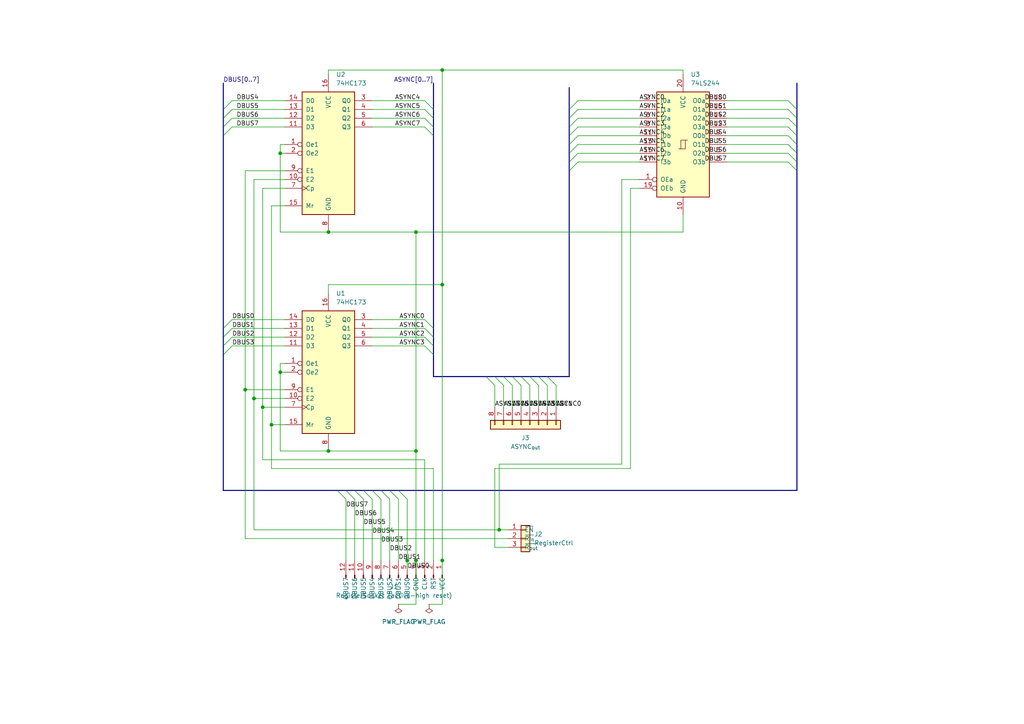
<source format=kicad_sch>
(kicad_sch
	(version 20231120)
	(generator "eeschema")
	(generator_version "8.0")
	(uuid "374f7dc0-b398-4ccd-8995-04a39f06a316")
	(paper "A4")
	(lib_symbols
		(symbol "74xx:74HC173"
			(pin_names
				(offset 1.016)
			)
			(exclude_from_sim no)
			(in_bom yes)
			(on_board yes)
			(property "Reference" "U"
				(at -7.62 19.05 0)
				(effects
					(font
						(size 1.27 1.27)
					)
				)
			)
			(property "Value" "74HC173"
				(at -7.62 -19.05 0)
				(effects
					(font
						(size 1.27 1.27)
					)
				)
			)
			(property "Footprint" ""
				(at 0 0 0)
				(effects
					(font
						(size 1.27 1.27)
					)
					(hide yes)
				)
			)
			(property "Datasheet" "https://www.ti.com/lit/ds/symlink/cd74hc173.pdf"
				(at 0 0 0)
				(effects
					(font
						(size 1.27 1.27)
					)
					(hide yes)
				)
			)
			(property "Description" "4-bit D-type Register, 3 state out"
				(at 0 0 0)
				(effects
					(font
						(size 1.27 1.27)
					)
					(hide yes)
				)
			)
			(property "ki_locked" ""
				(at 0 0 0)
				(effects
					(font
						(size 1.27 1.27)
					)
				)
			)
			(property "ki_keywords" "TTL REG REG4 3State DFF"
				(at 0 0 0)
				(effects
					(font
						(size 1.27 1.27)
					)
					(hide yes)
				)
			)
			(property "ki_fp_filters" "DIP*W7.62* SOIC*3.9*9.9mm*P1.27mm* TSSOP*4.4*5mm*P0.65mm*"
				(at 0 0 0)
				(effects
					(font
						(size 1.27 1.27)
					)
					(hide yes)
				)
			)
			(symbol "74HC173_1_0"
				(pin input inverted
					(at -12.7 2.54 0)
					(length 5.08)
					(name "Oe1"
						(effects
							(font
								(size 1.27 1.27)
							)
						)
					)
					(number "1"
						(effects
							(font
								(size 1.27 1.27)
							)
						)
					)
				)
				(pin input inverted
					(at -12.7 -7.62 0)
					(length 5.08)
					(name "E2"
						(effects
							(font
								(size 1.27 1.27)
							)
						)
					)
					(number "10"
						(effects
							(font
								(size 1.27 1.27)
							)
						)
					)
				)
				(pin input line
					(at -12.7 7.62 0)
					(length 5.08)
					(name "D3"
						(effects
							(font
								(size 1.27 1.27)
							)
						)
					)
					(number "11"
						(effects
							(font
								(size 1.27 1.27)
							)
						)
					)
				)
				(pin input line
					(at -12.7 10.16 0)
					(length 5.08)
					(name "D2"
						(effects
							(font
								(size 1.27 1.27)
							)
						)
					)
					(number "12"
						(effects
							(font
								(size 1.27 1.27)
							)
						)
					)
				)
				(pin input line
					(at -12.7 12.7 0)
					(length 5.08)
					(name "D1"
						(effects
							(font
								(size 1.27 1.27)
							)
						)
					)
					(number "13"
						(effects
							(font
								(size 1.27 1.27)
							)
						)
					)
				)
				(pin input line
					(at -12.7 15.24 0)
					(length 5.08)
					(name "D0"
						(effects
							(font
								(size 1.27 1.27)
							)
						)
					)
					(number "14"
						(effects
							(font
								(size 1.27 1.27)
							)
						)
					)
				)
				(pin input line
					(at -12.7 -15.24 0)
					(length 5.08)
					(name "Mr"
						(effects
							(font
								(size 1.27 1.27)
							)
						)
					)
					(number "15"
						(effects
							(font
								(size 1.27 1.27)
							)
						)
					)
				)
				(pin power_in line
					(at 0 22.86 270)
					(length 5.08)
					(name "VCC"
						(effects
							(font
								(size 1.27 1.27)
							)
						)
					)
					(number "16"
						(effects
							(font
								(size 1.27 1.27)
							)
						)
					)
				)
				(pin input inverted
					(at -12.7 0 0)
					(length 5.08)
					(name "Oe2"
						(effects
							(font
								(size 1.27 1.27)
							)
						)
					)
					(number "2"
						(effects
							(font
								(size 1.27 1.27)
							)
						)
					)
				)
				(pin tri_state line
					(at 12.7 15.24 180)
					(length 5.08)
					(name "Q0"
						(effects
							(font
								(size 1.27 1.27)
							)
						)
					)
					(number "3"
						(effects
							(font
								(size 1.27 1.27)
							)
						)
					)
				)
				(pin tri_state line
					(at 12.7 12.7 180)
					(length 5.08)
					(name "Q1"
						(effects
							(font
								(size 1.27 1.27)
							)
						)
					)
					(number "4"
						(effects
							(font
								(size 1.27 1.27)
							)
						)
					)
				)
				(pin tri_state line
					(at 12.7 10.16 180)
					(length 5.08)
					(name "Q2"
						(effects
							(font
								(size 1.27 1.27)
							)
						)
					)
					(number "5"
						(effects
							(font
								(size 1.27 1.27)
							)
						)
					)
				)
				(pin tri_state line
					(at 12.7 7.62 180)
					(length 5.08)
					(name "Q3"
						(effects
							(font
								(size 1.27 1.27)
							)
						)
					)
					(number "6"
						(effects
							(font
								(size 1.27 1.27)
							)
						)
					)
				)
				(pin input clock
					(at -12.7 -10.16 0)
					(length 5.08)
					(name "Cp"
						(effects
							(font
								(size 1.27 1.27)
							)
						)
					)
					(number "7"
						(effects
							(font
								(size 1.27 1.27)
							)
						)
					)
				)
				(pin power_in line
					(at 0 -22.86 90)
					(length 5.08)
					(name "GND"
						(effects
							(font
								(size 1.27 1.27)
							)
						)
					)
					(number "8"
						(effects
							(font
								(size 1.27 1.27)
							)
						)
					)
				)
				(pin input inverted
					(at -12.7 -5.08 0)
					(length 5.08)
					(name "E1"
						(effects
							(font
								(size 1.27 1.27)
							)
						)
					)
					(number "9"
						(effects
							(font
								(size 1.27 1.27)
							)
						)
					)
				)
			)
			(symbol "74HC173_1_1"
				(rectangle
					(start -7.62 17.78)
					(end 7.62 -17.78)
					(stroke
						(width 0.254)
						(type default)
					)
					(fill
						(type background)
					)
				)
			)
		)
		(symbol "74xx:74LS244"
			(pin_names
				(offset 1.016)
			)
			(exclude_from_sim no)
			(in_bom yes)
			(on_board yes)
			(property "Reference" "U"
				(at -7.62 16.51 0)
				(effects
					(font
						(size 1.27 1.27)
					)
				)
			)
			(property "Value" "74LS244"
				(at -7.62 -16.51 0)
				(effects
					(font
						(size 1.27 1.27)
					)
				)
			)
			(property "Footprint" ""
				(at 0 0 0)
				(effects
					(font
						(size 1.27 1.27)
					)
					(hide yes)
				)
			)
			(property "Datasheet" "http://www.ti.com/lit/ds/symlink/sn74ls244.pdf"
				(at 0 0 0)
				(effects
					(font
						(size 1.27 1.27)
					)
					(hide yes)
				)
			)
			(property "Description" "Octal Buffer and Line Driver With 3-State Output, active-low enables, non-inverting outputs"
				(at 0 0 0)
				(effects
					(font
						(size 1.27 1.27)
					)
					(hide yes)
				)
			)
			(property "ki_keywords" "7400 logic ttl low power schottky"
				(at 0 0 0)
				(effects
					(font
						(size 1.27 1.27)
					)
					(hide yes)
				)
			)
			(property "ki_fp_filters" "DIP?20*"
				(at 0 0 0)
				(effects
					(font
						(size 1.27 1.27)
					)
					(hide yes)
				)
			)
			(symbol "74LS244_1_0"
				(polyline
					(pts
						(xy -0.635 -1.27) (xy -0.635 1.27) (xy 0.635 1.27)
					)
					(stroke
						(width 0)
						(type default)
					)
					(fill
						(type none)
					)
				)
				(polyline
					(pts
						(xy -1.27 -1.27) (xy 0.635 -1.27) (xy 0.635 1.27) (xy 1.27 1.27)
					)
					(stroke
						(width 0)
						(type default)
					)
					(fill
						(type none)
					)
				)
				(pin input inverted
					(at -12.7 -10.16 0)
					(length 5.08)
					(name "OEa"
						(effects
							(font
								(size 1.27 1.27)
							)
						)
					)
					(number "1"
						(effects
							(font
								(size 1.27 1.27)
							)
						)
					)
				)
				(pin power_in line
					(at 0 -20.32 90)
					(length 5.08)
					(name "GND"
						(effects
							(font
								(size 1.27 1.27)
							)
						)
					)
					(number "10"
						(effects
							(font
								(size 1.27 1.27)
							)
						)
					)
				)
				(pin input line
					(at -12.7 2.54 0)
					(length 5.08)
					(name "I0b"
						(effects
							(font
								(size 1.27 1.27)
							)
						)
					)
					(number "11"
						(effects
							(font
								(size 1.27 1.27)
							)
						)
					)
				)
				(pin tri_state line
					(at 12.7 5.08 180)
					(length 5.08)
					(name "O3a"
						(effects
							(font
								(size 1.27 1.27)
							)
						)
					)
					(number "12"
						(effects
							(font
								(size 1.27 1.27)
							)
						)
					)
				)
				(pin input line
					(at -12.7 0 0)
					(length 5.08)
					(name "I1b"
						(effects
							(font
								(size 1.27 1.27)
							)
						)
					)
					(number "13"
						(effects
							(font
								(size 1.27 1.27)
							)
						)
					)
				)
				(pin tri_state line
					(at 12.7 7.62 180)
					(length 5.08)
					(name "O2a"
						(effects
							(font
								(size 1.27 1.27)
							)
						)
					)
					(number "14"
						(effects
							(font
								(size 1.27 1.27)
							)
						)
					)
				)
				(pin input line
					(at -12.7 -2.54 0)
					(length 5.08)
					(name "I2b"
						(effects
							(font
								(size 1.27 1.27)
							)
						)
					)
					(number "15"
						(effects
							(font
								(size 1.27 1.27)
							)
						)
					)
				)
				(pin tri_state line
					(at 12.7 10.16 180)
					(length 5.08)
					(name "O1a"
						(effects
							(font
								(size 1.27 1.27)
							)
						)
					)
					(number "16"
						(effects
							(font
								(size 1.27 1.27)
							)
						)
					)
				)
				(pin input line
					(at -12.7 -5.08 0)
					(length 5.08)
					(name "I3b"
						(effects
							(font
								(size 1.27 1.27)
							)
						)
					)
					(number "17"
						(effects
							(font
								(size 1.27 1.27)
							)
						)
					)
				)
				(pin tri_state line
					(at 12.7 12.7 180)
					(length 5.08)
					(name "O0a"
						(effects
							(font
								(size 1.27 1.27)
							)
						)
					)
					(number "18"
						(effects
							(font
								(size 1.27 1.27)
							)
						)
					)
				)
				(pin input inverted
					(at -12.7 -12.7 0)
					(length 5.08)
					(name "OEb"
						(effects
							(font
								(size 1.27 1.27)
							)
						)
					)
					(number "19"
						(effects
							(font
								(size 1.27 1.27)
							)
						)
					)
				)
				(pin input line
					(at -12.7 12.7 0)
					(length 5.08)
					(name "I0a"
						(effects
							(font
								(size 1.27 1.27)
							)
						)
					)
					(number "2"
						(effects
							(font
								(size 1.27 1.27)
							)
						)
					)
				)
				(pin power_in line
					(at 0 20.32 270)
					(length 5.08)
					(name "VCC"
						(effects
							(font
								(size 1.27 1.27)
							)
						)
					)
					(number "20"
						(effects
							(font
								(size 1.27 1.27)
							)
						)
					)
				)
				(pin tri_state line
					(at 12.7 -5.08 180)
					(length 5.08)
					(name "O3b"
						(effects
							(font
								(size 1.27 1.27)
							)
						)
					)
					(number "3"
						(effects
							(font
								(size 1.27 1.27)
							)
						)
					)
				)
				(pin input line
					(at -12.7 10.16 0)
					(length 5.08)
					(name "I1a"
						(effects
							(font
								(size 1.27 1.27)
							)
						)
					)
					(number "4"
						(effects
							(font
								(size 1.27 1.27)
							)
						)
					)
				)
				(pin tri_state line
					(at 12.7 -2.54 180)
					(length 5.08)
					(name "O2b"
						(effects
							(font
								(size 1.27 1.27)
							)
						)
					)
					(number "5"
						(effects
							(font
								(size 1.27 1.27)
							)
						)
					)
				)
				(pin input line
					(at -12.7 7.62 0)
					(length 5.08)
					(name "I2a"
						(effects
							(font
								(size 1.27 1.27)
							)
						)
					)
					(number "6"
						(effects
							(font
								(size 1.27 1.27)
							)
						)
					)
				)
				(pin tri_state line
					(at 12.7 0 180)
					(length 5.08)
					(name "O1b"
						(effects
							(font
								(size 1.27 1.27)
							)
						)
					)
					(number "7"
						(effects
							(font
								(size 1.27 1.27)
							)
						)
					)
				)
				(pin input line
					(at -12.7 5.08 0)
					(length 5.08)
					(name "I3a"
						(effects
							(font
								(size 1.27 1.27)
							)
						)
					)
					(number "8"
						(effects
							(font
								(size 1.27 1.27)
							)
						)
					)
				)
				(pin tri_state line
					(at 12.7 2.54 180)
					(length 5.08)
					(name "O0b"
						(effects
							(font
								(size 1.27 1.27)
							)
						)
					)
					(number "9"
						(effects
							(font
								(size 1.27 1.27)
							)
						)
					)
				)
			)
			(symbol "74LS244_1_1"
				(rectangle
					(start -7.62 15.24)
					(end 7.62 -15.24)
					(stroke
						(width 0.254)
						(type default)
					)
					(fill
						(type background)
					)
				)
			)
		)
		(symbol "Connector_Generic:Conn_01x08"
			(pin_names
				(offset 1.016) hide)
			(exclude_from_sim no)
			(in_bom yes)
			(on_board yes)
			(property "Reference" "J"
				(at 0 10.16 0)
				(effects
					(font
						(size 1.27 1.27)
					)
				)
			)
			(property "Value" "Conn_01x08"
				(at 0 -12.7 0)
				(effects
					(font
						(size 1.27 1.27)
					)
				)
			)
			(property "Footprint" ""
				(at 0 0 0)
				(effects
					(font
						(size 1.27 1.27)
					)
					(hide yes)
				)
			)
			(property "Datasheet" "~"
				(at 0 0 0)
				(effects
					(font
						(size 1.27 1.27)
					)
					(hide yes)
				)
			)
			(property "Description" "Generic connector, single row, 01x08, script generated (kicad-library-utils/schlib/autogen/connector/)"
				(at 0 0 0)
				(effects
					(font
						(size 1.27 1.27)
					)
					(hide yes)
				)
			)
			(property "ki_keywords" "connector"
				(at 0 0 0)
				(effects
					(font
						(size 1.27 1.27)
					)
					(hide yes)
				)
			)
			(property "ki_fp_filters" "Connector*:*_1x??_*"
				(at 0 0 0)
				(effects
					(font
						(size 1.27 1.27)
					)
					(hide yes)
				)
			)
			(symbol "Conn_01x08_1_1"
				(rectangle
					(start -1.27 -10.033)
					(end 0 -10.287)
					(stroke
						(width 0.1524)
						(type default)
					)
					(fill
						(type none)
					)
				)
				(rectangle
					(start -1.27 -7.493)
					(end 0 -7.747)
					(stroke
						(width 0.1524)
						(type default)
					)
					(fill
						(type none)
					)
				)
				(rectangle
					(start -1.27 -4.953)
					(end 0 -5.207)
					(stroke
						(width 0.1524)
						(type default)
					)
					(fill
						(type none)
					)
				)
				(rectangle
					(start -1.27 -2.413)
					(end 0 -2.667)
					(stroke
						(width 0.1524)
						(type default)
					)
					(fill
						(type none)
					)
				)
				(rectangle
					(start -1.27 0.127)
					(end 0 -0.127)
					(stroke
						(width 0.1524)
						(type default)
					)
					(fill
						(type none)
					)
				)
				(rectangle
					(start -1.27 2.667)
					(end 0 2.413)
					(stroke
						(width 0.1524)
						(type default)
					)
					(fill
						(type none)
					)
				)
				(rectangle
					(start -1.27 5.207)
					(end 0 4.953)
					(stroke
						(width 0.1524)
						(type default)
					)
					(fill
						(type none)
					)
				)
				(rectangle
					(start -1.27 7.747)
					(end 0 7.493)
					(stroke
						(width 0.1524)
						(type default)
					)
					(fill
						(type none)
					)
				)
				(rectangle
					(start -1.27 8.89)
					(end 1.27 -11.43)
					(stroke
						(width 0.254)
						(type default)
					)
					(fill
						(type background)
					)
				)
				(pin passive line
					(at -5.08 7.62 0)
					(length 3.81)
					(name "Pin_1"
						(effects
							(font
								(size 1.27 1.27)
							)
						)
					)
					(number "1"
						(effects
							(font
								(size 1.27 1.27)
							)
						)
					)
				)
				(pin passive line
					(at -5.08 5.08 0)
					(length 3.81)
					(name "Pin_2"
						(effects
							(font
								(size 1.27 1.27)
							)
						)
					)
					(number "2"
						(effects
							(font
								(size 1.27 1.27)
							)
						)
					)
				)
				(pin passive line
					(at -5.08 2.54 0)
					(length 3.81)
					(name "Pin_3"
						(effects
							(font
								(size 1.27 1.27)
							)
						)
					)
					(number "3"
						(effects
							(font
								(size 1.27 1.27)
							)
						)
					)
				)
				(pin passive line
					(at -5.08 0 0)
					(length 3.81)
					(name "Pin_4"
						(effects
							(font
								(size 1.27 1.27)
							)
						)
					)
					(number "4"
						(effects
							(font
								(size 1.27 1.27)
							)
						)
					)
				)
				(pin passive line
					(at -5.08 -2.54 0)
					(length 3.81)
					(name "Pin_5"
						(effects
							(font
								(size 1.27 1.27)
							)
						)
					)
					(number "5"
						(effects
							(font
								(size 1.27 1.27)
							)
						)
					)
				)
				(pin passive line
					(at -5.08 -5.08 0)
					(length 3.81)
					(name "Pin_6"
						(effects
							(font
								(size 1.27 1.27)
							)
						)
					)
					(number "6"
						(effects
							(font
								(size 1.27 1.27)
							)
						)
					)
				)
				(pin passive line
					(at -5.08 -7.62 0)
					(length 3.81)
					(name "Pin_7"
						(effects
							(font
								(size 1.27 1.27)
							)
						)
					)
					(number "7"
						(effects
							(font
								(size 1.27 1.27)
							)
						)
					)
				)
				(pin passive line
					(at -5.08 -10.16 0)
					(length 3.81)
					(name "Pin_8"
						(effects
							(font
								(size 1.27 1.27)
							)
						)
					)
					(number "8"
						(effects
							(font
								(size 1.27 1.27)
							)
						)
					)
				)
			)
		)
		(symbol "LNCPU:RegisterCtrl"
			(pin_names
				(offset 1.016)
			)
			(exclude_from_sim no)
			(in_bom yes)
			(on_board yes)
			(property "Reference" "J"
				(at 0 5.08 0)
				(effects
					(font
						(size 1.27 1.27)
					)
				)
			)
			(property "Value" "RegisterCtrl"
				(at 0 -5.08 0)
				(effects
					(font
						(size 1.27 1.27)
					)
				)
			)
			(property "Footprint" ""
				(at 0 0 0)
				(effects
					(font
						(size 1.27 1.27)
					)
					(hide yes)
				)
			)
			(property "Datasheet" "~"
				(at 0 0 0)
				(effects
					(font
						(size 1.27 1.27)
					)
					(hide yes)
				)
			)
			(property "Description" "Generic connector, single row, 01x03, script generated (kicad-library-utils/schlib/autogen/connector/)"
				(at 5.334 7.62 0)
				(effects
					(font
						(size 1.27 1.27)
					)
					(hide yes)
				)
			)
			(property "ki_keywords" "connector"
				(at 0 0 0)
				(effects
					(font
						(size 1.27 1.27)
					)
					(hide yes)
				)
			)
			(property "ki_fp_filters" "Connector*:*_1x??_*"
				(at 0 0 0)
				(effects
					(font
						(size 1.27 1.27)
					)
					(hide yes)
				)
			)
			(symbol "RegisterCtrl_1_1"
				(rectangle
					(start -1.27 -2.413)
					(end 0 -2.667)
					(stroke
						(width 0.1524)
						(type default)
					)
					(fill
						(type none)
					)
				)
				(rectangle
					(start -1.27 0.127)
					(end 0 -0.127)
					(stroke
						(width 0.1524)
						(type default)
					)
					(fill
						(type none)
					)
				)
				(rectangle
					(start -1.27 2.667)
					(end 0 2.413)
					(stroke
						(width 0.1524)
						(type default)
					)
					(fill
						(type none)
					)
				)
				(rectangle
					(start -1.27 3.81)
					(end 1.27 -3.81)
					(stroke
						(width 0.254)
						(type default)
					)
					(fill
						(type background)
					)
				)
				(pin passive line
					(at -5.08 2.54 0)
					(length 3.81)
					(name "~{EN}"
						(effects
							(font
								(size 1.27 1.27)
							)
						)
					)
					(number "1"
						(effects
							(font
								(size 1.27 1.27)
							)
						)
					)
				)
				(pin passive line
					(at -5.08 0 0)
					(length 3.81)
					(name "~{R_{in}}"
						(effects
							(font
								(size 1.27 1.27)
							)
						)
					)
					(number "2"
						(effects
							(font
								(size 1.27 1.27)
							)
						)
					)
				)
				(pin passive line
					(at -5.08 -2.54 0)
					(length 3.81)
					(name "~{R_{out}}"
						(effects
							(font
								(size 1.27 1.27)
							)
						)
					)
					(number "3"
						(effects
							(font
								(size 1.27 1.27)
							)
						)
					)
				)
			)
		)
		(symbol "LNCPU:RegisterSocket (active-high reset)"
			(pin_names
				(offset 1.016)
			)
			(exclude_from_sim no)
			(in_bom yes)
			(on_board yes)
			(property "Reference" "J"
				(at 0 15.24 0)
				(effects
					(font
						(size 1.27 1.27)
					)
				)
			)
			(property "Value" "RegisterSocket (active-high reset)"
				(at 0 -17.78 0)
				(effects
					(font
						(size 1.27 1.27)
					)
				)
			)
			(property "Footprint" ""
				(at 0 0 0)
				(effects
					(font
						(size 1.27 1.27)
					)
					(hide yes)
				)
			)
			(property "Datasheet" "~"
				(at 0 0 0)
				(effects
					(font
						(size 1.27 1.27)
					)
					(hide yes)
				)
			)
			(property "Description" "Generic connector, single row, 01x12, script generated (kicad-library-utils/schlib/autogen/connector/)"
				(at 2.286 17.272 0)
				(effects
					(font
						(size 1.27 1.27)
					)
					(hide yes)
				)
			)
			(property "ki_keywords" "connector"
				(at 0 0 0)
				(effects
					(font
						(size 1.27 1.27)
					)
					(hide yes)
				)
			)
			(property "ki_fp_filters" "Connector*:*_1x??_*"
				(at 0 0 0)
				(effects
					(font
						(size 1.27 1.27)
					)
					(hide yes)
				)
			)
			(symbol "RegisterSocket (active-high reset)_1_1"
				(polyline
					(pts
						(xy 1.27 -15.24) (xy 0.8636 -15.24)
					)
					(stroke
						(width 0.1524)
						(type default)
					)
					(fill
						(type none)
					)
				)
				(polyline
					(pts
						(xy 1.27 -12.7) (xy 0.8636 -12.7)
					)
					(stroke
						(width 0.1524)
						(type default)
					)
					(fill
						(type none)
					)
				)
				(polyline
					(pts
						(xy 1.27 -10.16) (xy 0.8636 -10.16)
					)
					(stroke
						(width 0.1524)
						(type default)
					)
					(fill
						(type none)
					)
				)
				(polyline
					(pts
						(xy 1.27 -7.62) (xy 0.8636 -7.62)
					)
					(stroke
						(width 0.1524)
						(type default)
					)
					(fill
						(type none)
					)
				)
				(polyline
					(pts
						(xy 1.27 -5.08) (xy 0.8636 -5.08)
					)
					(stroke
						(width 0.1524)
						(type default)
					)
					(fill
						(type none)
					)
				)
				(polyline
					(pts
						(xy 1.27 -2.54) (xy 0.8636 -2.54)
					)
					(stroke
						(width 0.1524)
						(type default)
					)
					(fill
						(type none)
					)
				)
				(polyline
					(pts
						(xy 1.27 0) (xy 0.8636 0)
					)
					(stroke
						(width 0.1524)
						(type default)
					)
					(fill
						(type none)
					)
				)
				(polyline
					(pts
						(xy 1.27 2.54) (xy 0.8636 2.54)
					)
					(stroke
						(width 0.1524)
						(type default)
					)
					(fill
						(type none)
					)
				)
				(polyline
					(pts
						(xy 1.27 5.08) (xy 0.8636 5.08)
					)
					(stroke
						(width 0.1524)
						(type default)
					)
					(fill
						(type none)
					)
				)
				(polyline
					(pts
						(xy 1.27 7.62) (xy 0.8636 7.62)
					)
					(stroke
						(width 0.1524)
						(type default)
					)
					(fill
						(type none)
					)
				)
				(polyline
					(pts
						(xy 1.27 10.16) (xy 0.8636 10.16)
					)
					(stroke
						(width 0.1524)
						(type default)
					)
					(fill
						(type none)
					)
				)
				(polyline
					(pts
						(xy 1.27 12.7) (xy 0.8636 12.7)
					)
					(stroke
						(width 0.1524)
						(type default)
					)
					(fill
						(type none)
					)
				)
				(rectangle
					(start 0.8636 -15.113)
					(end 0 -15.367)
					(stroke
						(width 0.1524)
						(type default)
					)
					(fill
						(type outline)
					)
				)
				(rectangle
					(start 0.8636 -12.573)
					(end 0 -12.827)
					(stroke
						(width 0.1524)
						(type default)
					)
					(fill
						(type outline)
					)
				)
				(rectangle
					(start 0.8636 -10.033)
					(end 0 -10.287)
					(stroke
						(width 0.1524)
						(type default)
					)
					(fill
						(type outline)
					)
				)
				(rectangle
					(start 0.8636 -7.493)
					(end 0 -7.747)
					(stroke
						(width 0.1524)
						(type default)
					)
					(fill
						(type outline)
					)
				)
				(rectangle
					(start 0.8636 -4.953)
					(end 0 -5.207)
					(stroke
						(width 0.1524)
						(type default)
					)
					(fill
						(type outline)
					)
				)
				(rectangle
					(start 0.8636 -2.413)
					(end 0 -2.667)
					(stroke
						(width 0.1524)
						(type default)
					)
					(fill
						(type outline)
					)
				)
				(rectangle
					(start 0.8636 0.127)
					(end 0 -0.127)
					(stroke
						(width 0.1524)
						(type default)
					)
					(fill
						(type outline)
					)
				)
				(rectangle
					(start 0.8636 2.667)
					(end 0 2.413)
					(stroke
						(width 0.1524)
						(type default)
					)
					(fill
						(type outline)
					)
				)
				(rectangle
					(start 0.8636 5.207)
					(end 0 4.953)
					(stroke
						(width 0.1524)
						(type default)
					)
					(fill
						(type outline)
					)
				)
				(rectangle
					(start 0.8636 7.747)
					(end 0 7.493)
					(stroke
						(width 0.1524)
						(type default)
					)
					(fill
						(type outline)
					)
				)
				(rectangle
					(start 0.8636 10.287)
					(end 0 10.033)
					(stroke
						(width 0.1524)
						(type default)
					)
					(fill
						(type outline)
					)
				)
				(rectangle
					(start 0.8636 12.827)
					(end 0 12.573)
					(stroke
						(width 0.1524)
						(type default)
					)
					(fill
						(type outline)
					)
				)
				(pin passive line
					(at 5.08 12.7 180)
					(length 3.81)
					(name "VCC"
						(effects
							(font
								(size 1.27 1.27)
							)
						)
					)
					(number "1"
						(effects
							(font
								(size 1.27 1.27)
							)
						)
					)
				)
				(pin bidirectional line
					(at 5.08 -10.16 180)
					(length 3.81)
					(name "DBUS5"
						(effects
							(font
								(size 1.27 1.27)
							)
						)
					)
					(number "10"
						(effects
							(font
								(size 1.27 1.27)
							)
						)
					)
				)
				(pin bidirectional line
					(at 5.08 -12.7 180)
					(length 3.81)
					(name "DBUS6"
						(effects
							(font
								(size 1.27 1.27)
							)
						)
					)
					(number "11"
						(effects
							(font
								(size 1.27 1.27)
							)
						)
					)
				)
				(pin bidirectional line
					(at 5.08 -15.24 180)
					(length 3.81)
					(name "DBUS7"
						(effects
							(font
								(size 1.27 1.27)
							)
						)
					)
					(number "12"
						(effects
							(font
								(size 1.27 1.27)
							)
						)
					)
				)
				(pin output line
					(at 5.08 10.16 180)
					(length 3.81)
					(name "RST"
						(effects
							(font
								(size 1.27 1.27)
							)
						)
					)
					(number "2"
						(effects
							(font
								(size 1.27 1.27)
							)
						)
					)
				)
				(pin output line
					(at 5.08 7.62 180)
					(length 3.81)
					(name "CLK"
						(effects
							(font
								(size 1.27 1.27)
							)
						)
					)
					(number "3"
						(effects
							(font
								(size 1.27 1.27)
							)
						)
					)
				)
				(pin passive line
					(at 5.08 5.08 180)
					(length 3.81)
					(name "GND"
						(effects
							(font
								(size 1.27 1.27)
							)
						)
					)
					(number "4"
						(effects
							(font
								(size 1.27 1.27)
							)
						)
					)
				)
				(pin bidirectional line
					(at 5.08 2.54 180)
					(length 3.81)
					(name "DBUS0"
						(effects
							(font
								(size 1.27 1.27)
							)
						)
					)
					(number "5"
						(effects
							(font
								(size 1.27 1.27)
							)
						)
					)
				)
				(pin bidirectional line
					(at 5.08 0 180)
					(length 3.81)
					(name "DBUS1"
						(effects
							(font
								(size 1.27 1.27)
							)
						)
					)
					(number "6"
						(effects
							(font
								(size 1.27 1.27)
							)
						)
					)
				)
				(pin bidirectional line
					(at 5.08 -2.54 180)
					(length 3.81)
					(name "DBUS2"
						(effects
							(font
								(size 1.27 1.27)
							)
						)
					)
					(number "7"
						(effects
							(font
								(size 1.27 1.27)
							)
						)
					)
				)
				(pin bidirectional line
					(at 5.08 -5.08 180)
					(length 3.81)
					(name "DBUS3"
						(effects
							(font
								(size 1.27 1.27)
							)
						)
					)
					(number "8"
						(effects
							(font
								(size 1.27 1.27)
							)
						)
					)
				)
				(pin bidirectional line
					(at 5.08 -7.62 180)
					(length 3.81)
					(name "DBUS4"
						(effects
							(font
								(size 1.27 1.27)
							)
						)
					)
					(number "9"
						(effects
							(font
								(size 1.27 1.27)
							)
						)
					)
				)
			)
		)
		(symbol "power:PWR_FLAG"
			(power)
			(pin_numbers hide)
			(pin_names
				(offset 0) hide)
			(exclude_from_sim no)
			(in_bom yes)
			(on_board yes)
			(property "Reference" "#FLG"
				(at 0 1.905 0)
				(effects
					(font
						(size 1.27 1.27)
					)
					(hide yes)
				)
			)
			(property "Value" "PWR_FLAG"
				(at 0 3.81 0)
				(effects
					(font
						(size 1.27 1.27)
					)
				)
			)
			(property "Footprint" ""
				(at 0 0 0)
				(effects
					(font
						(size 1.27 1.27)
					)
					(hide yes)
				)
			)
			(property "Datasheet" "~"
				(at 0 0 0)
				(effects
					(font
						(size 1.27 1.27)
					)
					(hide yes)
				)
			)
			(property "Description" "Special symbol for telling ERC where power comes from"
				(at 0 0 0)
				(effects
					(font
						(size 1.27 1.27)
					)
					(hide yes)
				)
			)
			(property "ki_keywords" "flag power"
				(at 0 0 0)
				(effects
					(font
						(size 1.27 1.27)
					)
					(hide yes)
				)
			)
			(symbol "PWR_FLAG_0_0"
				(pin power_out line
					(at 0 0 90)
					(length 0)
					(name "~"
						(effects
							(font
								(size 1.27 1.27)
							)
						)
					)
					(number "1"
						(effects
							(font
								(size 1.27 1.27)
							)
						)
					)
				)
			)
			(symbol "PWR_FLAG_0_1"
				(polyline
					(pts
						(xy 0 0) (xy 0 1.27) (xy -1.016 1.905) (xy 0 2.54) (xy 1.016 1.905) (xy 0 1.27)
					)
					(stroke
						(width 0)
						(type default)
					)
					(fill
						(type none)
					)
				)
			)
		)
	)
	(junction
		(at 144.78 153.67)
		(diameter 0)
		(color 0 0 0 0)
		(uuid "0f525d11-5ad9-4884-a506-a6bd2f7fb640")
	)
	(junction
		(at 120.65 130.81)
		(diameter 0)
		(color 0 0 0 0)
		(uuid "10aae713-85fb-4219-9497-22075effd164")
	)
	(junction
		(at 73.66 115.57)
		(diameter 0)
		(color 0 0 0 0)
		(uuid "18c55487-f0f8-4074-af1a-f7f9160f145e")
	)
	(junction
		(at 128.27 82.55)
		(diameter 0)
		(color 0 0 0 0)
		(uuid "1fd0c93c-1ea9-47fa-9585-8f2453d4eda0")
	)
	(junction
		(at 118.11 162.56)
		(diameter 0)
		(color 0 0 0 0)
		(uuid "58bfbb7e-97c8-4842-a884-ea63ca3d49c5")
	)
	(junction
		(at 128.27 162.56)
		(diameter 0)
		(color 0 0 0 0)
		(uuid "5c41a9a6-889a-449f-9d2e-9925d9c972f0")
	)
	(junction
		(at 76.2 118.11)
		(diameter 0)
		(color 0 0 0 0)
		(uuid "7b551693-632e-4ff7-9265-858531494b61")
	)
	(junction
		(at 78.74 123.19)
		(diameter 0)
		(color 0 0 0 0)
		(uuid "7c7c34af-5e49-4e41-a85c-87b85556ad94")
	)
	(junction
		(at 120.65 162.56)
		(diameter 0)
		(color 0 0 0 0)
		(uuid "8d641bfc-2e40-4ddf-a81b-e1d8bacd4d57")
	)
	(junction
		(at 95.25 67.31)
		(diameter 0)
		(color 0 0 0 0)
		(uuid "94fd9717-df53-44c9-9328-c4e64ced4bdf")
	)
	(junction
		(at 120.65 67.31)
		(diameter 0)
		(color 0 0 0 0)
		(uuid "d40bdc19-bcc8-4dd8-9337-b2f04c7d70d9")
	)
	(junction
		(at 128.27 20.32)
		(diameter 0)
		(color 0 0 0 0)
		(uuid "d64329f7-290b-46fc-a6ae-1066e24eb442")
	)
	(junction
		(at 81.28 44.45)
		(diameter 0)
		(color 0 0 0 0)
		(uuid "d8d87c1c-6196-45b2-90bf-6756b67ae80f")
	)
	(junction
		(at 95.25 130.81)
		(diameter 0)
		(color 0 0 0 0)
		(uuid "dfac2b1a-c38e-4613-81c8-7cc90dc25e61")
	)
	(junction
		(at 81.28 107.95)
		(diameter 0)
		(color 0 0 0 0)
		(uuid "eb28194c-d6bf-42c0-8f4f-3054dc78c792")
	)
	(junction
		(at 71.12 113.03)
		(diameter 0)
		(color 0 0 0 0)
		(uuid "fd12c292-bfad-40a9-859a-91c36a5febfa")
	)
	(bus_entry
		(at 97.79 142.24)
		(size 2.54 2.54)
		(stroke
			(width 0)
			(type default)
		)
		(uuid "001c8f56-b534-4c34-930d-2a7ef4074dd1")
	)
	(bus_entry
		(at 165.1 49.53)
		(size 2.54 -2.54)
		(stroke
			(width 0)
			(type default)
		)
		(uuid "006cf645-4f4d-409c-8c56-5625bb5bf31d")
	)
	(bus_entry
		(at 64.77 31.75)
		(size 2.54 -2.54)
		(stroke
			(width 0)
			(type default)
		)
		(uuid "0a3ce413-2560-426d-8a30-e27bc3b2211a")
	)
	(bus_entry
		(at 125.73 95.25)
		(size -2.54 -2.54)
		(stroke
			(width 0)
			(type default)
		)
		(uuid "0c675b5a-63dc-4bca-8d2a-4bc61dd56fcc")
	)
	(bus_entry
		(at 165.1 34.29)
		(size 2.54 -2.54)
		(stroke
			(width 0)
			(type default)
		)
		(uuid "14235378-849c-4815-8976-121c9e4920f2")
	)
	(bus_entry
		(at 231.14 44.45)
		(size -2.54 -2.54)
		(stroke
			(width 0)
			(type default)
		)
		(uuid "1504d14e-d08d-43c6-8d16-c6418bed0904")
	)
	(bus_entry
		(at 105.41 142.24)
		(size 2.54 2.54)
		(stroke
			(width 0)
			(type default)
		)
		(uuid "19bca0ff-7535-4d25-b927-62936b66b19f")
	)
	(bus_entry
		(at 140.97 109.22)
		(size 2.54 2.54)
		(stroke
			(width 0)
			(type default)
		)
		(uuid "208bc701-9cc8-431a-a3f4-6883ac4b39d5")
	)
	(bus_entry
		(at 102.87 142.24)
		(size 2.54 2.54)
		(stroke
			(width 0)
			(type default)
		)
		(uuid "28f74550-b5a8-4f5e-9b82-a9221650013c")
	)
	(bus_entry
		(at 231.14 39.37)
		(size -2.54 -2.54)
		(stroke
			(width 0)
			(type default)
		)
		(uuid "39215b23-98dd-4bcc-9ac7-3253ae77712d")
	)
	(bus_entry
		(at 165.1 46.99)
		(size 2.54 -2.54)
		(stroke
			(width 0)
			(type default)
		)
		(uuid "452b1694-b743-4323-98ce-ce06b1802871")
	)
	(bus_entry
		(at 64.77 34.29)
		(size 2.54 -2.54)
		(stroke
			(width 0)
			(type default)
		)
		(uuid "4534f27e-3cb9-497c-936b-75dc2237d841")
	)
	(bus_entry
		(at 125.73 36.83)
		(size -2.54 -2.54)
		(stroke
			(width 0)
			(type default)
		)
		(uuid "45933120-e293-4cc8-a299-d6fd379651e8")
	)
	(bus_entry
		(at 64.77 102.87)
		(size 2.54 -2.54)
		(stroke
			(width 0)
			(type default)
		)
		(uuid "494f82dd-eeb3-4b22-a7fb-61ffa573523e")
	)
	(bus_entry
		(at 151.13 109.22)
		(size 2.54 2.54)
		(stroke
			(width 0)
			(type default)
		)
		(uuid "49ad6190-5154-4760-bd74-d34b313206fd")
	)
	(bus_entry
		(at 231.14 31.75)
		(size -2.54 -2.54)
		(stroke
			(width 0)
			(type default)
		)
		(uuid "4c933247-8e64-4672-aa79-29deb3f46e29")
	)
	(bus_entry
		(at 231.14 34.29)
		(size -2.54 -2.54)
		(stroke
			(width 0)
			(type default)
		)
		(uuid "555a8e50-acd2-4abe-8dd7-f82ce6d77f51")
	)
	(bus_entry
		(at 153.67 109.22)
		(size 2.54 2.54)
		(stroke
			(width 0)
			(type default)
		)
		(uuid "5638433e-f4ab-4015-9dfd-792ae2aec709")
	)
	(bus_entry
		(at 100.33 142.24)
		(size 2.54 2.54)
		(stroke
			(width 0)
			(type default)
		)
		(uuid "59f9d039-a9e7-49ce-96fe-68fcb577c816")
	)
	(bus_entry
		(at 113.03 142.24)
		(size 2.54 2.54)
		(stroke
			(width 0)
			(type default)
		)
		(uuid "5b85edae-ca87-4ca9-b0b7-7fc0992fa4a7")
	)
	(bus_entry
		(at 110.49 142.24)
		(size 2.54 2.54)
		(stroke
			(width 0)
			(type default)
		)
		(uuid "5ca9e076-2a67-4e93-a3f6-081fac79d690")
	)
	(bus_entry
		(at 231.14 41.91)
		(size -2.54 -2.54)
		(stroke
			(width 0)
			(type default)
		)
		(uuid "73e9905f-eac8-4b2d-a0df-97377ce0e139")
	)
	(bus_entry
		(at 115.57 142.24)
		(size 2.54 2.54)
		(stroke
			(width 0)
			(type default)
		)
		(uuid "75224ebf-8f2f-49ef-aa15-e024b3492e8d")
	)
	(bus_entry
		(at 64.77 95.25)
		(size 2.54 -2.54)
		(stroke
			(width 0)
			(type default)
		)
		(uuid "7daf7047-3fe6-4da0-8bf4-5833209c2dc6")
	)
	(bus_entry
		(at 165.1 39.37)
		(size 2.54 -2.54)
		(stroke
			(width 0)
			(type default)
		)
		(uuid "800571d1-109b-4e9e-bf65-abdedaaa25f9")
	)
	(bus_entry
		(at 148.59 109.22)
		(size 2.54 2.54)
		(stroke
			(width 0)
			(type default)
		)
		(uuid "8106c355-ef7d-48c4-bd03-8d1e78a563b7")
	)
	(bus_entry
		(at 231.14 46.99)
		(size -2.54 -2.54)
		(stroke
			(width 0)
			(type default)
		)
		(uuid "883c7b78-4816-4150-9fe0-14cd8edb24db")
	)
	(bus_entry
		(at 143.51 109.22)
		(size 2.54 2.54)
		(stroke
			(width 0)
			(type default)
		)
		(uuid "89222cf8-92c1-49f9-b12e-8020bdf2cc3d")
	)
	(bus_entry
		(at 146.05 109.22)
		(size 2.54 2.54)
		(stroke
			(width 0)
			(type default)
		)
		(uuid "8c6921e1-ef0d-42c5-aa12-748c4c992db5")
	)
	(bus_entry
		(at 64.77 100.33)
		(size 2.54 -2.54)
		(stroke
			(width 0)
			(type default)
		)
		(uuid "93a8e2a8-89ea-4a27-b89e-255e2b9341f9")
	)
	(bus_entry
		(at 125.73 102.87)
		(size -2.54 -2.54)
		(stroke
			(width 0)
			(type default)
		)
		(uuid "94ce95d0-a71e-4178-aff1-19a283ef7536")
	)
	(bus_entry
		(at 125.73 39.37)
		(size -2.54 -2.54)
		(stroke
			(width 0)
			(type default)
		)
		(uuid "95dd58c5-2b85-4b28-82f8-945b7c121a66")
	)
	(bus_entry
		(at 165.1 44.45)
		(size 2.54 -2.54)
		(stroke
			(width 0)
			(type default)
		)
		(uuid "9917af62-5dde-445c-8e2c-c1dfa65fe07c")
	)
	(bus_entry
		(at 158.75 109.22)
		(size 2.54 2.54)
		(stroke
			(width 0)
			(type default)
		)
		(uuid "a0ae1f3a-09ff-4787-b42a-66eead7b6e54")
	)
	(bus_entry
		(at 125.73 34.29)
		(size -2.54 -2.54)
		(stroke
			(width 0)
			(type default)
		)
		(uuid "a1bc03b4-316a-4783-8573-6cd7f3c26c7b")
	)
	(bus_entry
		(at 125.73 100.33)
		(size -2.54 -2.54)
		(stroke
			(width 0)
			(type default)
		)
		(uuid "a4d6764d-99b8-48d8-b3dc-7c01d01b01df")
	)
	(bus_entry
		(at 107.95 142.24)
		(size 2.54 2.54)
		(stroke
			(width 0)
			(type default)
		)
		(uuid "a61a1e55-0219-4e3f-9d4e-a32284bcc1da")
	)
	(bus_entry
		(at 231.14 49.53)
		(size -2.54 -2.54)
		(stroke
			(width 0)
			(type default)
		)
		(uuid "c3d67df0-5aaa-47e1-a8d1-61bf4cba1296")
	)
	(bus_entry
		(at 64.77 36.83)
		(size 2.54 -2.54)
		(stroke
			(width 0)
			(type default)
		)
		(uuid "c4242ad8-b269-4902-8ef1-05e74001babd")
	)
	(bus_entry
		(at 165.1 31.75)
		(size 2.54 -2.54)
		(stroke
			(width 0)
			(type default)
		)
		(uuid "c729a536-ee85-4dbc-990b-07b264536574")
	)
	(bus_entry
		(at 156.21 109.22)
		(size 2.54 2.54)
		(stroke
			(width 0)
			(type default)
		)
		(uuid "c78f67e5-84b3-4648-bd15-1cf9c29d57b0")
	)
	(bus_entry
		(at 64.77 39.37)
		(size 2.54 -2.54)
		(stroke
			(width 0)
			(type default)
		)
		(uuid "cb70d2cd-f99a-4124-9147-9f90f48650eb")
	)
	(bus_entry
		(at 231.14 36.83)
		(size -2.54 -2.54)
		(stroke
			(width 0)
			(type default)
		)
		(uuid "cc39abf9-3155-4ddc-a04c-734ee1e95ea4")
	)
	(bus_entry
		(at 125.73 31.75)
		(size -2.54 -2.54)
		(stroke
			(width 0)
			(type default)
		)
		(uuid "d3768f7e-d730-4e1e-a278-35d8707d0809")
	)
	(bus_entry
		(at 165.1 36.83)
		(size 2.54 -2.54)
		(stroke
			(width 0)
			(type default)
		)
		(uuid "d7ead1bd-7a51-4989-9394-f78c592b6b55")
	)
	(bus_entry
		(at 125.73 97.79)
		(size -2.54 -2.54)
		(stroke
			(width 0)
			(type default)
		)
		(uuid "df14a633-f9f1-4dea-8f16-6ffc6cb09459")
	)
	(bus_entry
		(at 165.1 41.91)
		(size 2.54 -2.54)
		(stroke
			(width 0)
			(type default)
		)
		(uuid "e65bc479-f9ce-4e86-be0a-515e78ba37bd")
	)
	(bus_entry
		(at 64.77 97.79)
		(size 2.54 -2.54)
		(stroke
			(width 0)
			(type default)
		)
		(uuid "f254d64d-9217-4e5f-8014-343d83b18a71")
	)
	(bus
		(pts
			(xy 165.1 36.83) (xy 165.1 39.37)
		)
		(stroke
			(width 0)
			(type default)
		)
		(uuid "01b387b8-4791-453c-b218-2df3bf0d609a")
	)
	(wire
		(pts
			(xy 67.31 36.83) (xy 82.55 36.83)
		)
		(stroke
			(width 0)
			(type default)
		)
		(uuid "033fd9c2-f02d-4628-992e-6b7203eb7aac")
	)
	(wire
		(pts
			(xy 167.64 34.29) (xy 185.42 34.29)
		)
		(stroke
			(width 0)
			(type default)
		)
		(uuid "035ef35c-cb14-49b7-888b-d7a0d91fc922")
	)
	(wire
		(pts
			(xy 123.19 31.75) (xy 107.95 31.75)
		)
		(stroke
			(width 0)
			(type default)
		)
		(uuid "05d3a45e-b332-4ac4-9c18-14e9dce21178")
	)
	(wire
		(pts
			(xy 167.64 41.91) (xy 185.42 41.91)
		)
		(stroke
			(width 0)
			(type default)
		)
		(uuid "0686323b-0793-493c-96e8-bfefba6b2fc1")
	)
	(wire
		(pts
			(xy 167.64 29.21) (xy 185.42 29.21)
		)
		(stroke
			(width 0)
			(type default)
		)
		(uuid "07a7ac48-e6ac-4af6-909f-db45eee56794")
	)
	(wire
		(pts
			(xy 110.49 144.78) (xy 110.49 162.56)
		)
		(stroke
			(width 0)
			(type default)
		)
		(uuid "09606513-aff3-42d7-a85c-7709d4cc9aad")
	)
	(wire
		(pts
			(xy 100.33 144.78) (xy 100.33 162.56)
		)
		(stroke
			(width 0)
			(type default)
		)
		(uuid "0f15a090-527b-4730-9fc4-5a67346e567d")
	)
	(bus
		(pts
			(xy 64.77 34.29) (xy 64.77 36.83)
		)
		(stroke
			(width 0)
			(type default)
		)
		(uuid "0f53e2c7-6ff6-4cd0-b44e-90cd032d0f33")
	)
	(wire
		(pts
			(xy 123.19 162.56) (xy 123.19 133.35)
		)
		(stroke
			(width 0)
			(type default)
		)
		(uuid "1131d2b1-f29f-4d9b-a448-eaee7939fd75")
	)
	(wire
		(pts
			(xy 153.67 111.76) (xy 153.67 118.11)
		)
		(stroke
			(width 0)
			(type default)
		)
		(uuid "117b8ae9-f0ab-4acc-bfdf-d4250ba6a4be")
	)
	(wire
		(pts
			(xy 78.74 123.19) (xy 78.74 59.69)
		)
		(stroke
			(width 0)
			(type default)
		)
		(uuid "14bb237b-db34-4e84-8b98-2f5d037ace20")
	)
	(bus
		(pts
			(xy 231.14 46.99) (xy 231.14 49.53)
		)
		(stroke
			(width 0)
			(type default)
		)
		(uuid "17488009-3fcc-488a-b52d-9829b27af3eb")
	)
	(bus
		(pts
			(xy 165.1 44.45) (xy 165.1 46.99)
		)
		(stroke
			(width 0)
			(type default)
		)
		(uuid "17f0c0f8-7375-4194-90cf-d81110524467")
	)
	(wire
		(pts
			(xy 123.19 92.71) (xy 107.95 92.71)
		)
		(stroke
			(width 0)
			(type default)
		)
		(uuid "17ffee1e-2db3-4f2d-b728-ca6bb8ae7479")
	)
	(bus
		(pts
			(xy 110.49 142.24) (xy 107.95 142.24)
		)
		(stroke
			(width 0)
			(type default)
		)
		(uuid "18b6cde4-d103-4e22-90d0-45fab16590e9")
	)
	(wire
		(pts
			(xy 115.57 175.26) (xy 120.65 175.26)
		)
		(stroke
			(width 0)
			(type default)
		)
		(uuid "18fb4b98-bccd-4e6c-bf3e-c0e39553d67e")
	)
	(bus
		(pts
			(xy 97.79 142.24) (xy 64.77 142.24)
		)
		(stroke
			(width 0)
			(type default)
		)
		(uuid "1a308a9a-a37f-412a-88db-c3b1d3e1431b")
	)
	(wire
		(pts
			(xy 81.28 105.41) (xy 82.55 105.41)
		)
		(stroke
			(width 0)
			(type default)
		)
		(uuid "1b5cc7fd-80ba-48ed-a653-573be2be9a63")
	)
	(wire
		(pts
			(xy 118.11 162.56) (xy 118.11 165.1)
		)
		(stroke
			(width 0)
			(type default)
		)
		(uuid "1cf12310-fc9c-4749-b7f5-423fc713da78")
	)
	(wire
		(pts
			(xy 228.6 31.75) (xy 210.82 31.75)
		)
		(stroke
			(width 0)
			(type default)
		)
		(uuid "21867349-5adb-4765-96a3-da12c94c7b60")
	)
	(wire
		(pts
			(xy 147.32 158.75) (xy 143.51 158.75)
		)
		(stroke
			(width 0)
			(type default)
		)
		(uuid "2274e0f3-94ab-4c67-a2a4-a8d8f0af436f")
	)
	(wire
		(pts
			(xy 71.12 113.03) (xy 82.55 113.03)
		)
		(stroke
			(width 0)
			(type default)
		)
		(uuid "22b5cee0-2ae2-40ec-bd85-fd2efd41c59e")
	)
	(wire
		(pts
			(xy 67.31 34.29) (xy 82.55 34.29)
		)
		(stroke
			(width 0)
			(type default)
		)
		(uuid "231886fe-d72a-4cd8-bf9d-516f4b7ebc0a")
	)
	(bus
		(pts
			(xy 115.57 142.24) (xy 113.03 142.24)
		)
		(stroke
			(width 0)
			(type default)
		)
		(uuid "24298ff4-5a39-44fc-b4d7-1dd65ec50327")
	)
	(wire
		(pts
			(xy 128.27 162.56) (xy 128.27 175.26)
		)
		(stroke
			(width 0)
			(type default)
		)
		(uuid "24aa79d5-c5b1-4a66-9b5d-3d1340653dbf")
	)
	(wire
		(pts
			(xy 123.19 100.33) (xy 107.95 100.33)
		)
		(stroke
			(width 0)
			(type default)
		)
		(uuid "282635a5-de92-4ba6-b6b3-fef2236a1be2")
	)
	(wire
		(pts
			(xy 180.34 52.07) (xy 185.42 52.07)
		)
		(stroke
			(width 0)
			(type default)
		)
		(uuid "291b10f8-50c3-4643-8fa0-ccd27adb1cd7")
	)
	(bus
		(pts
			(xy 165.1 46.99) (xy 165.1 49.53)
		)
		(stroke
			(width 0)
			(type default)
		)
		(uuid "2c85fc46-7a64-4f4e-aaaf-599c247f0b1d")
	)
	(wire
		(pts
			(xy 228.6 36.83) (xy 210.82 36.83)
		)
		(stroke
			(width 0)
			(type default)
		)
		(uuid "30903569-47b9-4a1f-acb1-1c01381d7a78")
	)
	(bus
		(pts
			(xy 165.1 49.53) (xy 165.1 109.22)
		)
		(stroke
			(width 0)
			(type default)
		)
		(uuid "3121de85-e97c-4427-8648-f4b4dd825057")
	)
	(bus
		(pts
			(xy 102.87 142.24) (xy 100.33 142.24)
		)
		(stroke
			(width 0)
			(type default)
		)
		(uuid "34c3b5c9-1836-45a3-be3b-d4730c97f873")
	)
	(wire
		(pts
			(xy 76.2 118.11) (xy 76.2 54.61)
		)
		(stroke
			(width 0)
			(type default)
		)
		(uuid "3602a97f-47f4-4aa5-8685-59666a1da15e")
	)
	(wire
		(pts
			(xy 128.27 20.32) (xy 198.12 20.32)
		)
		(stroke
			(width 0)
			(type default)
		)
		(uuid "38e8b7d3-4096-4485-a2ca-728231658284")
	)
	(wire
		(pts
			(xy 198.12 67.31) (xy 198.12 62.23)
		)
		(stroke
			(width 0)
			(type default)
		)
		(uuid "3a99babc-085f-4e60-8ae7-3eb7f9c9c12c")
	)
	(bus
		(pts
			(xy 64.77 36.83) (xy 64.77 39.37)
		)
		(stroke
			(width 0)
			(type default)
		)
		(uuid "3c574deb-5623-4aca-bbfc-072c1746ecd3")
	)
	(wire
		(pts
			(xy 120.65 67.31) (xy 95.25 67.31)
		)
		(stroke
			(width 0)
			(type default)
		)
		(uuid "41ff67c3-dc9f-4e6f-a48b-e24d0a91a565")
	)
	(wire
		(pts
			(xy 167.64 44.45) (xy 185.42 44.45)
		)
		(stroke
			(width 0)
			(type default)
		)
		(uuid "422c0419-2b73-41af-8de3-a13f2c0bdd7c")
	)
	(wire
		(pts
			(xy 105.41 144.78) (xy 105.41 162.56)
		)
		(stroke
			(width 0)
			(type default)
		)
		(uuid "428a731b-72d4-4004-9169-95d31c58d2aa")
	)
	(wire
		(pts
			(xy 71.12 113.03) (xy 71.12 49.53)
		)
		(stroke
			(width 0)
			(type default)
		)
		(uuid "43a24217-7179-448c-a26f-14fe51c031f1")
	)
	(wire
		(pts
			(xy 76.2 118.11) (xy 82.55 118.11)
		)
		(stroke
			(width 0)
			(type default)
		)
		(uuid "443a0bb5-c23a-4f4f-837b-e1849e04130b")
	)
	(wire
		(pts
			(xy 143.51 135.89) (xy 182.88 135.89)
		)
		(stroke
			(width 0)
			(type default)
		)
		(uuid "443dfc3d-7c70-4ec1-a9a0-e72d8e56adb5")
	)
	(wire
		(pts
			(xy 107.95 144.78) (xy 107.95 162.56)
		)
		(stroke
			(width 0)
			(type default)
		)
		(uuid "446f8667-7641-42b9-bb83-45a8382bcb0f")
	)
	(wire
		(pts
			(xy 73.66 115.57) (xy 82.55 115.57)
		)
		(stroke
			(width 0)
			(type default)
		)
		(uuid "4636604a-c167-483e-b572-38245c81a48f")
	)
	(bus
		(pts
			(xy 113.03 142.24) (xy 110.49 142.24)
		)
		(stroke
			(width 0)
			(type default)
		)
		(uuid "46534def-0eb7-4469-bc3b-4588069e266a")
	)
	(wire
		(pts
			(xy 67.31 100.33) (xy 82.55 100.33)
		)
		(stroke
			(width 0)
			(type default)
		)
		(uuid "49c1705e-09ac-464f-bcc8-5086968edda7")
	)
	(bus
		(pts
			(xy 64.77 39.37) (xy 64.77 95.25)
		)
		(stroke
			(width 0)
			(type default)
		)
		(uuid "4dd2c5cb-c802-4e3d-926d-9bff84ef5999")
	)
	(wire
		(pts
			(xy 82.55 107.95) (xy 81.28 107.95)
		)
		(stroke
			(width 0)
			(type default)
		)
		(uuid "4ee8d2ef-27e9-44c9-8f80-b3a58b303f60")
	)
	(wire
		(pts
			(xy 144.78 153.67) (xy 73.66 153.67)
		)
		(stroke
			(width 0)
			(type default)
		)
		(uuid "4ef1b5ea-eeda-4c34-b351-39a891682906")
	)
	(wire
		(pts
			(xy 147.32 156.21) (xy 71.12 156.21)
		)
		(stroke
			(width 0)
			(type default)
		)
		(uuid "4fa24188-2fca-43c6-a255-68eba939384f")
	)
	(wire
		(pts
			(xy 128.27 20.32) (xy 95.25 20.32)
		)
		(stroke
			(width 0)
			(type default)
		)
		(uuid "50b87156-5cd0-4888-8ebb-ec89f9587b3f")
	)
	(wire
		(pts
			(xy 118.11 144.78) (xy 118.11 162.56)
		)
		(stroke
			(width 0)
			(type default)
		)
		(uuid "527273fd-96ce-4517-aabc-35e2d3a6f638")
	)
	(wire
		(pts
			(xy 156.21 111.76) (xy 156.21 118.11)
		)
		(stroke
			(width 0)
			(type default)
		)
		(uuid "5291e48e-17c6-4be5-b981-9e9fa9edb372")
	)
	(wire
		(pts
			(xy 81.28 130.81) (xy 95.25 130.81)
		)
		(stroke
			(width 0)
			(type default)
		)
		(uuid "529d25b4-88fa-45ed-b242-2686a091cf38")
	)
	(bus
		(pts
			(xy 153.67 109.22) (xy 156.21 109.22)
		)
		(stroke
			(width 0)
			(type default)
		)
		(uuid "52d498eb-5624-44a2-8615-0ef552e86a1f")
	)
	(bus
		(pts
			(xy 64.77 31.75) (xy 64.77 34.29)
		)
		(stroke
			(width 0)
			(type default)
		)
		(uuid "544a2f36-6188-4e0f-a308-957d25244655")
	)
	(bus
		(pts
			(xy 146.05 109.22) (xy 148.59 109.22)
		)
		(stroke
			(width 0)
			(type default)
		)
		(uuid "558168db-c606-40df-990b-ff721c7f2e35")
	)
	(wire
		(pts
			(xy 123.19 133.35) (xy 76.2 133.35)
		)
		(stroke
			(width 0)
			(type default)
		)
		(uuid "59c7cb1e-99e2-4246-a1ef-3d6faa78c349")
	)
	(wire
		(pts
			(xy 147.32 153.67) (xy 144.78 153.67)
		)
		(stroke
			(width 0)
			(type default)
		)
		(uuid "5a964892-a451-429c-8bb1-8012101f59f7")
	)
	(wire
		(pts
			(xy 198.12 20.32) (xy 198.12 21.59)
		)
		(stroke
			(width 0)
			(type default)
		)
		(uuid "5c2283fa-a672-48e0-b3be-f3f66cbc9115")
	)
	(wire
		(pts
			(xy 180.34 134.62) (xy 180.34 52.07)
		)
		(stroke
			(width 0)
			(type default)
		)
		(uuid "5ce706bd-f828-457f-980d-76110e554e1a")
	)
	(wire
		(pts
			(xy 144.78 134.62) (xy 180.34 134.62)
		)
		(stroke
			(width 0)
			(type default)
		)
		(uuid "5f37f46f-a385-4071-a9d6-277dd535fd98")
	)
	(bus
		(pts
			(xy 231.14 49.53) (xy 231.14 142.24)
		)
		(stroke
			(width 0)
			(type default)
		)
		(uuid "6125b3bc-5fa5-406c-b69f-ada17d9b6f03")
	)
	(wire
		(pts
			(xy 78.74 123.19) (xy 82.55 123.19)
		)
		(stroke
			(width 0)
			(type default)
		)
		(uuid "62727031-229b-41d1-abbe-fe35807404e7")
	)
	(bus
		(pts
			(xy 156.21 109.22) (xy 158.75 109.22)
		)
		(stroke
			(width 0)
			(type default)
		)
		(uuid "6723fa94-2a12-480a-84d9-14e4ee12c137")
	)
	(wire
		(pts
			(xy 81.28 41.91) (xy 82.55 41.91)
		)
		(stroke
			(width 0)
			(type default)
		)
		(uuid "6867950c-33e0-4a0e-a58d-317dacabc3b5")
	)
	(bus
		(pts
			(xy 148.59 109.22) (xy 151.13 109.22)
		)
		(stroke
			(width 0)
			(type default)
		)
		(uuid "6874cb1f-236d-4f5c-bacd-871f0e7bd0c3")
	)
	(bus
		(pts
			(xy 231.14 31.75) (xy 231.14 34.29)
		)
		(stroke
			(width 0)
			(type default)
		)
		(uuid "697ae317-2313-426f-8519-703227912ca2")
	)
	(wire
		(pts
			(xy 228.6 39.37) (xy 210.82 39.37)
		)
		(stroke
			(width 0)
			(type default)
		)
		(uuid "6cbb826b-c8e3-412f-97cd-577193234286")
	)
	(bus
		(pts
			(xy 125.73 97.79) (xy 125.73 100.33)
		)
		(stroke
			(width 0)
			(type default)
		)
		(uuid "6e22b696-9691-4a69-be1a-a51448d90a64")
	)
	(bus
		(pts
			(xy 64.77 95.25) (xy 64.77 97.79)
		)
		(stroke
			(width 0)
			(type default)
		)
		(uuid "7245b2a3-2f96-4401-ac41-acfe57dbf04b")
	)
	(bus
		(pts
			(xy 105.41 142.24) (xy 102.87 142.24)
		)
		(stroke
			(width 0)
			(type default)
		)
		(uuid "736a3816-fc09-4925-9c63-bb0f48c12eaa")
	)
	(wire
		(pts
			(xy 81.28 107.95) (xy 81.28 130.81)
		)
		(stroke
			(width 0)
			(type default)
		)
		(uuid "73849fd6-33ab-4bdf-9f0b-d3920d2c9bb3")
	)
	(wire
		(pts
			(xy 76.2 133.35) (xy 76.2 118.11)
		)
		(stroke
			(width 0)
			(type default)
		)
		(uuid "74c7a51c-fc8b-4364-8cde-62c57d7431e6")
	)
	(wire
		(pts
			(xy 228.6 41.91) (xy 210.82 41.91)
		)
		(stroke
			(width 0)
			(type default)
		)
		(uuid "76ef5c79-c216-4bff-93c4-bb95ae2a948a")
	)
	(bus
		(pts
			(xy 64.77 100.33) (xy 64.77 102.87)
		)
		(stroke
			(width 0)
			(type default)
		)
		(uuid "77969496-ed31-4161-8899-b94b2f11d689")
	)
	(wire
		(pts
			(xy 95.25 67.31) (xy 81.28 67.31)
		)
		(stroke
			(width 0)
			(type default)
		)
		(uuid "7ae3e456-17bb-47d4-8d97-dba2f3ea93ac")
	)
	(wire
		(pts
			(xy 81.28 44.45) (xy 82.55 44.45)
		)
		(stroke
			(width 0)
			(type default)
		)
		(uuid "7bbc19f2-ebce-4094-97ef-fba9b23a445c")
	)
	(bus
		(pts
			(xy 125.73 31.75) (xy 125.73 34.29)
		)
		(stroke
			(width 0)
			(type default)
		)
		(uuid "7bd6e65b-b610-4ef7-aefc-76afd4213667")
	)
	(wire
		(pts
			(xy 73.66 153.67) (xy 73.66 115.57)
		)
		(stroke
			(width 0)
			(type default)
		)
		(uuid "7c710069-1e32-4dba-b14c-37caf726d343")
	)
	(bus
		(pts
			(xy 231.14 36.83) (xy 231.14 39.37)
		)
		(stroke
			(width 0)
			(type default)
		)
		(uuid "7e4a3939-419e-45d7-8e38-9d09ad6360eb")
	)
	(bus
		(pts
			(xy 115.57 142.24) (xy 231.14 142.24)
		)
		(stroke
			(width 0)
			(type default)
		)
		(uuid "7f0ff2f6-7643-4009-832f-9b55648c4863")
	)
	(bus
		(pts
			(xy 231.14 41.91) (xy 231.14 44.45)
		)
		(stroke
			(width 0)
			(type default)
		)
		(uuid "82764a95-c625-4f85-af55-c203643c16ae")
	)
	(bus
		(pts
			(xy 140.97 109.22) (xy 143.51 109.22)
		)
		(stroke
			(width 0)
			(type default)
		)
		(uuid "87c54ba4-d116-4be0-b0ef-d36f7f823487")
	)
	(wire
		(pts
			(xy 228.6 44.45) (xy 210.82 44.45)
		)
		(stroke
			(width 0)
			(type default)
		)
		(uuid "8832c946-5c16-43f7-b401-ae939f8a9c26")
	)
	(wire
		(pts
			(xy 115.57 144.78) (xy 115.57 162.56)
		)
		(stroke
			(width 0)
			(type default)
		)
		(uuid "8975eb65-55ac-4cf8-8048-185004556b9e")
	)
	(wire
		(pts
			(xy 182.88 54.61) (xy 185.42 54.61)
		)
		(stroke
			(width 0)
			(type default)
		)
		(uuid "8a01106e-21ac-4e65-bd27-c8d342f463cb")
	)
	(wire
		(pts
			(xy 71.12 49.53) (xy 82.55 49.53)
		)
		(stroke
			(width 0)
			(type default)
		)
		(uuid "8b32747b-6047-42fc-a536-11f612347197")
	)
	(bus
		(pts
			(xy 165.1 41.91) (xy 165.1 44.45)
		)
		(stroke
			(width 0)
			(type default)
		)
		(uuid "8c2033e5-cbad-4618-8a9c-e8bdbad86e65")
	)
	(wire
		(pts
			(xy 144.78 153.67) (xy 144.78 134.62)
		)
		(stroke
			(width 0)
			(type default)
		)
		(uuid "91ea04fe-621b-4c60-9a48-6ce64da3072c")
	)
	(wire
		(pts
			(xy 128.27 82.55) (xy 128.27 162.56)
		)
		(stroke
			(width 0)
			(type default)
		)
		(uuid "9594ce88-882e-4076-9e0b-4ed684a12113")
	)
	(wire
		(pts
			(xy 167.64 36.83) (xy 185.42 36.83)
		)
		(stroke
			(width 0)
			(type default)
		)
		(uuid "96ac02d1-95e0-4401-be67-dc4a8455ad6c")
	)
	(wire
		(pts
			(xy 120.65 130.81) (xy 120.65 162.56)
		)
		(stroke
			(width 0)
			(type default)
		)
		(uuid "96fe2086-ab90-44df-8ce5-56d1b7be909e")
	)
	(bus
		(pts
			(xy 165.1 25.4) (xy 165.1 31.75)
		)
		(stroke
			(width 0)
			(type default)
		)
		(uuid "972d5150-1cde-4817-bf8e-16aff94842f8")
	)
	(bus
		(pts
			(xy 231.14 39.37) (xy 231.14 41.91)
		)
		(stroke
			(width 0)
			(type default)
		)
		(uuid "974ae283-81c0-4600-acbf-f7fba660962d")
	)
	(wire
		(pts
			(xy 67.31 92.71) (xy 82.55 92.71)
		)
		(stroke
			(width 0)
			(type default)
		)
		(uuid "9b4e765b-496a-4cbb-b038-973ea5a03c13")
	)
	(wire
		(pts
			(xy 81.28 105.41) (xy 81.28 107.95)
		)
		(stroke
			(width 0)
			(type default)
		)
		(uuid "9b4ef1ee-0bfe-461c-acca-ac9f675eac35")
	)
	(wire
		(pts
			(xy 167.64 46.99) (xy 185.42 46.99)
		)
		(stroke
			(width 0)
			(type default)
		)
		(uuid "9c265968-1670-4382-92f9-2084128bd9c3")
	)
	(wire
		(pts
			(xy 148.59 111.76) (xy 148.59 118.11)
		)
		(stroke
			(width 0)
			(type default)
		)
		(uuid "9c7da7c5-f8e1-4d2d-843f-c4e13e0a8fc8")
	)
	(wire
		(pts
			(xy 125.73 162.56) (xy 125.73 135.89)
		)
		(stroke
			(width 0)
			(type default)
		)
		(uuid "9cfb8665-49ba-4fc6-9b32-fad30afb33b0")
	)
	(bus
		(pts
			(xy 125.73 102.87) (xy 125.73 109.22)
		)
		(stroke
			(width 0)
			(type default)
		)
		(uuid "9d770d8f-733a-4d11-a2e5-4332a33ce63b")
	)
	(wire
		(pts
			(xy 73.66 52.07) (xy 82.55 52.07)
		)
		(stroke
			(width 0)
			(type default)
		)
		(uuid "9ee202d4-ce72-44eb-a81e-f05f1fcd81e6")
	)
	(bus
		(pts
			(xy 107.95 142.24) (xy 105.41 142.24)
		)
		(stroke
			(width 0)
			(type default)
		)
		(uuid "9f2e00a4-11c9-4f60-9130-347078666b81")
	)
	(bus
		(pts
			(xy 100.33 142.24) (xy 97.79 142.24)
		)
		(stroke
			(width 0)
			(type default)
		)
		(uuid "a207c1e4-f079-41ee-8b61-005c58a145d7")
	)
	(wire
		(pts
			(xy 143.51 111.76) (xy 143.51 118.11)
		)
		(stroke
			(width 0)
			(type default)
		)
		(uuid "a343b486-2a26-478b-bc80-c936c7cc0854")
	)
	(bus
		(pts
			(xy 125.73 109.22) (xy 140.97 109.22)
		)
		(stroke
			(width 0)
			(type default)
		)
		(uuid "a76f571f-60dd-4ba4-b1a4-46d87946858b")
	)
	(wire
		(pts
			(xy 123.19 95.25) (xy 107.95 95.25)
		)
		(stroke
			(width 0)
			(type default)
		)
		(uuid "a7afc989-106c-47b1-8207-f4d50bc01380")
	)
	(wire
		(pts
			(xy 81.28 67.31) (xy 81.28 44.45)
		)
		(stroke
			(width 0)
			(type default)
		)
		(uuid "a88844c2-3944-471f-8c43-eba96dd424f1")
	)
	(wire
		(pts
			(xy 120.65 67.31) (xy 120.65 130.81)
		)
		(stroke
			(width 0)
			(type default)
		)
		(uuid "abefecd5-724d-4859-b634-9f6729de776f")
	)
	(wire
		(pts
			(xy 81.28 44.45) (xy 81.28 41.91)
		)
		(stroke
			(width 0)
			(type default)
		)
		(uuid "ac057619-b47b-44fa-8797-b9303deae6b4")
	)
	(wire
		(pts
			(xy 67.31 97.79) (xy 82.55 97.79)
		)
		(stroke
			(width 0)
			(type default)
		)
		(uuid "ac684ae2-c694-42e1-83c5-bc125d5568ea")
	)
	(wire
		(pts
			(xy 120.65 130.81) (xy 95.25 130.81)
		)
		(stroke
			(width 0)
			(type default)
		)
		(uuid "ac9e0a49-4739-4da1-aa14-a89eb7c34c2e")
	)
	(wire
		(pts
			(xy 146.05 111.76) (xy 146.05 118.11)
		)
		(stroke
			(width 0)
			(type default)
		)
		(uuid "af061eab-acf8-4940-b074-2ff204354e13")
	)
	(wire
		(pts
			(xy 73.66 115.57) (xy 73.66 52.07)
		)
		(stroke
			(width 0)
			(type default)
		)
		(uuid "b140d005-d739-4ea7-ba25-0f701d5d6bc1")
	)
	(bus
		(pts
			(xy 125.73 34.29) (xy 125.73 36.83)
		)
		(stroke
			(width 0)
			(type default)
		)
		(uuid "b39329fd-b9b9-418e-b88f-2d51d8e7bd72")
	)
	(wire
		(pts
			(xy 161.29 111.76) (xy 161.29 118.11)
		)
		(stroke
			(width 0)
			(type default)
		)
		(uuid "b5509eee-fe1b-4edf-a202-8d24dc7da4b6")
	)
	(wire
		(pts
			(xy 120.65 162.56) (xy 120.65 175.26)
		)
		(stroke
			(width 0)
			(type default)
		)
		(uuid "b59db485-d4a7-4f14-8910-9688dd6a7c2a")
	)
	(wire
		(pts
			(xy 123.19 34.29) (xy 107.95 34.29)
		)
		(stroke
			(width 0)
			(type default)
		)
		(uuid "b6b721c6-5c56-4c28-803c-180ee52eb657")
	)
	(wire
		(pts
			(xy 123.19 29.21) (xy 107.95 29.21)
		)
		(stroke
			(width 0)
			(type default)
		)
		(uuid "b77c5f46-4aaa-435d-a169-8a8553a9cd31")
	)
	(wire
		(pts
			(xy 67.31 95.25) (xy 82.55 95.25)
		)
		(stroke
			(width 0)
			(type default)
		)
		(uuid "ba01dda1-97ba-4eed-b62e-b98649bc5946")
	)
	(wire
		(pts
			(xy 113.03 144.78) (xy 113.03 162.56)
		)
		(stroke
			(width 0)
			(type default)
		)
		(uuid "baab00ea-7cd2-491e-91d4-cd8a3e713c2e")
	)
	(bus
		(pts
			(xy 165.1 34.29) (xy 165.1 36.83)
		)
		(stroke
			(width 0)
			(type default)
		)
		(uuid "bdb0cfc9-7a97-44c0-95c3-6cc026e65b5b")
	)
	(wire
		(pts
			(xy 123.19 97.79) (xy 107.95 97.79)
		)
		(stroke
			(width 0)
			(type default)
		)
		(uuid "bee31b4d-fd43-4d12-819a-4f2efe3cad74")
	)
	(wire
		(pts
			(xy 167.64 31.75) (xy 185.42 31.75)
		)
		(stroke
			(width 0)
			(type default)
		)
		(uuid "bf242cee-93ea-4848-a0b4-7007950011be")
	)
	(bus
		(pts
			(xy 151.13 109.22) (xy 153.67 109.22)
		)
		(stroke
			(width 0)
			(type default)
		)
		(uuid "c24a8139-5c6d-4ada-bf7a-a5e030638354")
	)
	(bus
		(pts
			(xy 64.77 24.13) (xy 64.77 31.75)
		)
		(stroke
			(width 0)
			(type default)
		)
		(uuid "c73eef4a-9e73-4533-8f5c-e2f21467364f")
	)
	(bus
		(pts
			(xy 231.14 34.29) (xy 231.14 36.83)
		)
		(stroke
			(width 0)
			(type default)
		)
		(uuid "c87f5b5b-32e5-47bf-87d4-283eb9e04724")
	)
	(bus
		(pts
			(xy 231.14 44.45) (xy 231.14 46.99)
		)
		(stroke
			(width 0)
			(type default)
		)
		(uuid "c9101ce4-0678-4e45-b215-9bdc75d826e3")
	)
	(wire
		(pts
			(xy 151.13 111.76) (xy 151.13 118.11)
		)
		(stroke
			(width 0)
			(type default)
		)
		(uuid "c97d0489-8431-4507-9b6c-7435564eae59")
	)
	(wire
		(pts
			(xy 76.2 54.61) (xy 82.55 54.61)
		)
		(stroke
			(width 0)
			(type default)
		)
		(uuid "ca27c3d8-490a-40e0-8c0e-1f8110c1b36a")
	)
	(wire
		(pts
			(xy 123.19 36.83) (xy 107.95 36.83)
		)
		(stroke
			(width 0)
			(type default)
		)
		(uuid "caac5cf9-9f53-44a8-8f37-446a05f8f825")
	)
	(wire
		(pts
			(xy 67.31 31.75) (xy 82.55 31.75)
		)
		(stroke
			(width 0)
			(type default)
		)
		(uuid "ccbd366a-5473-4dcd-a0ad-9e0ff98e5a1f")
	)
	(bus
		(pts
			(xy 165.1 31.75) (xy 165.1 34.29)
		)
		(stroke
			(width 0)
			(type default)
		)
		(uuid "cd9435b6-9a28-4ee9-9e0a-87a458e017b6")
	)
	(wire
		(pts
			(xy 128.27 82.55) (xy 95.25 82.55)
		)
		(stroke
			(width 0)
			(type default)
		)
		(uuid "ced7a12c-83ae-4467-9fc8-759070ec8f8d")
	)
	(bus
		(pts
			(xy 125.73 100.33) (xy 125.73 102.87)
		)
		(stroke
			(width 0)
			(type default)
		)
		(uuid "d0257d08-3807-41d4-87d6-d2862d5f93ac")
	)
	(bus
		(pts
			(xy 143.51 109.22) (xy 146.05 109.22)
		)
		(stroke
			(width 0)
			(type default)
		)
		(uuid "d16b1d8e-8de0-411d-9fd7-bd727576ae35")
	)
	(wire
		(pts
			(xy 120.65 67.31) (xy 198.12 67.31)
		)
		(stroke
			(width 0)
			(type default)
		)
		(uuid "d4b2a771-4f01-4d33-9745-10e394a67dae")
	)
	(wire
		(pts
			(xy 95.25 82.55) (xy 95.25 85.09)
		)
		(stroke
			(width 0)
			(type default)
		)
		(uuid "d50105e7-12f1-446b-b386-45ba83391c43")
	)
	(wire
		(pts
			(xy 128.27 20.32) (xy 128.27 82.55)
		)
		(stroke
			(width 0)
			(type default)
		)
		(uuid "d7691cf1-025f-49b6-8b15-a0062cf10aa6")
	)
	(wire
		(pts
			(xy 158.75 111.76) (xy 158.75 118.11)
		)
		(stroke
			(width 0)
			(type default)
		)
		(uuid "d78aa6c9-c22e-4aca-b478-1f094c5ee397")
	)
	(bus
		(pts
			(xy 158.75 109.22) (xy 165.1 109.22)
		)
		(stroke
			(width 0)
			(type default)
		)
		(uuid "d790e619-f1e9-408a-a517-3e490e8eea68")
	)
	(wire
		(pts
			(xy 125.73 135.89) (xy 78.74 135.89)
		)
		(stroke
			(width 0)
			(type default)
		)
		(uuid "da7dbebc-c06f-4086-ad9d-c3ca94485240")
	)
	(wire
		(pts
			(xy 228.6 29.21) (xy 210.82 29.21)
		)
		(stroke
			(width 0)
			(type default)
		)
		(uuid "db9434cd-5012-423a-ba0f-fe0f27b3eb08")
	)
	(wire
		(pts
			(xy 182.88 135.89) (xy 182.88 54.61)
		)
		(stroke
			(width 0)
			(type default)
		)
		(uuid "de26e833-7511-46dc-9167-54ffb6b8cbec")
	)
	(bus
		(pts
			(xy 125.73 95.25) (xy 125.73 97.79)
		)
		(stroke
			(width 0)
			(type default)
		)
		(uuid "de4b1717-367a-4d98-a041-6de94824cd1c")
	)
	(bus
		(pts
			(xy 165.1 39.37) (xy 165.1 41.91)
		)
		(stroke
			(width 0)
			(type default)
		)
		(uuid "deda0bd0-ce05-4623-8f22-e661963ce97f")
	)
	(wire
		(pts
			(xy 167.64 39.37) (xy 185.42 39.37)
		)
		(stroke
			(width 0)
			(type default)
		)
		(uuid "e073e914-256b-4eba-9ba5-b738250e300d")
	)
	(wire
		(pts
			(xy 143.51 158.75) (xy 143.51 135.89)
		)
		(stroke
			(width 0)
			(type default)
		)
		(uuid "e70db834-53f7-43d5-bb6d-6dcca99e3d7d")
	)
	(wire
		(pts
			(xy 78.74 59.69) (xy 82.55 59.69)
		)
		(stroke
			(width 0)
			(type default)
		)
		(uuid "e8bf94d7-7213-4da2-bf4c-3b0f766247ee")
	)
	(bus
		(pts
			(xy 125.73 36.83) (xy 125.73 39.37)
		)
		(stroke
			(width 0)
			(type default)
		)
		(uuid "ecab529b-54eb-4593-b2dd-f82a72dbec1b")
	)
	(wire
		(pts
			(xy 95.25 20.32) (xy 95.25 21.59)
		)
		(stroke
			(width 0)
			(type default)
		)
		(uuid "ed8d5bab-adbf-44c8-ad4d-1e8f883c6762")
	)
	(wire
		(pts
			(xy 71.12 156.21) (xy 71.12 113.03)
		)
		(stroke
			(width 0)
			(type default)
		)
		(uuid "edc08535-a98b-4364-87c2-56cd8f8384ad")
	)
	(wire
		(pts
			(xy 228.6 46.99) (xy 210.82 46.99)
		)
		(stroke
			(width 0)
			(type default)
		)
		(uuid "ef90e73b-81c6-48d6-a406-b99e1f185860")
	)
	(wire
		(pts
			(xy 124.46 175.26) (xy 128.27 175.26)
		)
		(stroke
			(width 0)
			(type default)
		)
		(uuid "f0a21a31-f6e3-4692-96fa-05133aea6d96")
	)
	(wire
		(pts
			(xy 228.6 34.29) (xy 210.82 34.29)
		)
		(stroke
			(width 0)
			(type default)
		)
		(uuid "f11a5a42-cc74-411c-b4e9-1951c9e11362")
	)
	(wire
		(pts
			(xy 67.31 29.21) (xy 82.55 29.21)
		)
		(stroke
			(width 0)
			(type default)
		)
		(uuid "f2c4ab85-94e4-4028-88cc-59b3939441d0")
	)
	(bus
		(pts
			(xy 125.73 24.13) (xy 125.73 31.75)
		)
		(stroke
			(width 0)
			(type default)
		)
		(uuid "f2e1db70-d9bd-41d3-8ecf-6809ed2b2003")
	)
	(bus
		(pts
			(xy 64.77 97.79) (xy 64.77 100.33)
		)
		(stroke
			(width 0)
			(type default)
		)
		(uuid "f3713522-0204-4d5c-acdd-c9d1d6b0fe17")
	)
	(bus
		(pts
			(xy 64.77 102.87) (xy 64.77 142.24)
		)
		(stroke
			(width 0)
			(type default)
		)
		(uuid "f3860e5a-b512-4e47-9c79-9305942140ce")
	)
	(wire
		(pts
			(xy 102.87 144.78) (xy 102.87 162.56)
		)
		(stroke
			(width 0)
			(type default)
		)
		(uuid "f9af48da-6ef1-43ca-8fd5-c9680af6bde7")
	)
	(wire
		(pts
			(xy 78.74 135.89) (xy 78.74 123.19)
		)
		(stroke
			(width 0)
			(type default)
		)
		(uuid "feb15f4f-aa07-46d0-bfda-5399a22195c4")
	)
	(bus
		(pts
			(xy 231.14 24.13) (xy 231.14 31.75)
		)
		(stroke
			(width 0)
			(type default)
		)
		(uuid "feb97752-9a18-4315-bdf9-09192fd556a4")
	)
	(bus
		(pts
			(xy 125.73 39.37) (xy 125.73 95.25)
		)
		(stroke
			(width 0)
			(type default)
		)
		(uuid "ff3e53eb-ce20-4677-94ff-b2615ae45265")
	)
	(label "ASYNC1"
		(at 185.42 31.75 0)
		(fields_autoplaced yes)
		(effects
			(font
				(size 1.27 1.27)
			)
			(justify left bottom)
		)
		(uuid "0239d2e8-7ebd-4e07-8cce-3589f31fd753")
	)
	(label "ASYNC7"
		(at 121.92 36.83 180)
		(fields_autoplaced yes)
		(effects
			(font
				(size 1.27 1.27)
			)
			(justify right bottom)
		)
		(uuid "03eeeee7-89fa-48f9-8f2e-d7bff7b19553")
	)
	(label "ASYNC2"
		(at 185.42 34.29 0)
		(fields_autoplaced yes)
		(effects
			(font
				(size 1.27 1.27)
			)
			(justify left bottom)
		)
		(uuid "042d6789-4b2d-42ab-a9c0-2c3d91e4cadc")
	)
	(label "ASYNC4"
		(at 185.42 39.37 0)
		(fields_autoplaced yes)
		(effects
			(font
				(size 1.27 1.27)
			)
			(justify left bottom)
		)
		(uuid "044b2ff1-94be-48f0-8949-81ddba1a862c")
	)
	(label "ASYNC5"
		(at 185.42 41.91 0)
		(fields_autoplaced yes)
		(effects
			(font
				(size 1.27 1.27)
			)
			(justify left bottom)
		)
		(uuid "049e2326-a462-4f90-b6d4-abd983867f03")
	)
	(label "ASYNC4"
		(at 151.13 118.11 0)
		(fields_autoplaced yes)
		(effects
			(font
				(size 1.27 1.27)
			)
			(justify left bottom)
		)
		(uuid "0665884c-0cca-4cb6-9465-9e26211ac1a9")
	)
	(label "ASYNC3"
		(at 153.67 118.11 0)
		(fields_autoplaced yes)
		(effects
			(font
				(size 1.27 1.27)
			)
			(justify left bottom)
		)
		(uuid "0a05ef7d-2e9e-42f8-8bf3-000fc1453044")
	)
	(label "DBUS6"
		(at 102.87 149.86 0)
		(fields_autoplaced yes)
		(effects
			(font
				(size 1.27 1.27)
			)
			(justify left bottom)
		)
		(uuid "196565b5-aef3-4614-a113-0b6e3c535f1d")
	)
	(label "DBUS7"
		(at 100.33 147.32 0)
		(fields_autoplaced yes)
		(effects
			(font
				(size 1.27 1.27)
			)
			(justify left bottom)
		)
		(uuid "1b9d07bd-d702-4811-bf11-ecc5b89cffda")
	)
	(label "ASYNC0"
		(at 123.19 92.71 180)
		(fields_autoplaced yes)
		(effects
			(font
				(size 1.27 1.27)
			)
			(justify right bottom)
		)
		(uuid "1c6f71a9-9035-41dd-a404-90c9514832ab")
	)
	(label "DBUS4"
		(at 107.95 154.94 0)
		(fields_autoplaced yes)
		(effects
			(font
				(size 1.27 1.27)
			)
			(justify left bottom)
		)
		(uuid "1e7d3f0b-0ad6-4546-a521-0a4fb35005a4")
	)
	(label "DBUS7"
		(at 68.58 36.83 0)
		(fields_autoplaced yes)
		(effects
			(font
				(size 1.27 1.27)
			)
			(justify left bottom)
		)
		(uuid "1e95a81a-8b79-42f4-826a-2f19ea6abd0b")
	)
	(label "ASYNC6"
		(at 121.92 34.29 180)
		(fields_autoplaced yes)
		(effects
			(font
				(size 1.27 1.27)
			)
			(justify right bottom)
		)
		(uuid "22ed4960-629e-4618-9a2c-ebeb75fe4f2c")
	)
	(label "DBUS0"
		(at 210.82 29.21 180)
		(fields_autoplaced yes)
		(effects
			(font
				(size 1.27 1.27)
			)
			(justify right bottom)
		)
		(uuid "3b8230e9-6c4c-4664-a8a4-3f9a0a9908cf")
	)
	(label "DBUS[0..7]"
		(at 64.77 24.13 0)
		(fields_autoplaced yes)
		(effects
			(font
				(size 1.27 1.27)
			)
			(justify left bottom)
		)
		(uuid "3eafcb98-a50a-4ab4-a9c8-9158c1c65173")
	)
	(label "DBUS3"
		(at 110.49 157.48 0)
		(fields_autoplaced yes)
		(effects
			(font
				(size 1.27 1.27)
			)
			(justify left bottom)
		)
		(uuid "42a073a0-b544-476d-9393-fcc506414914")
	)
	(label "DBUS1"
		(at 67.31 95.25 0)
		(fields_autoplaced yes)
		(effects
			(font
				(size 1.27 1.27)
			)
			(justify left bottom)
		)
		(uuid "45aef7be-d162-4ebf-88f1-427e9fdac9eb")
	)
	(label "DBUS2"
		(at 67.31 97.79 0)
		(fields_autoplaced yes)
		(effects
			(font
				(size 1.27 1.27)
			)
			(justify left bottom)
		)
		(uuid "513f78a9-3939-47ad-8b8d-41ec3fcc4be6")
	)
	(label "ASYNC0"
		(at 161.29 118.11 0)
		(fields_autoplaced yes)
		(effects
			(font
				(size 1.27 1.27)
			)
			(justify left bottom)
		)
		(uuid "53a7474b-94a8-406b-9dad-3b0b8e0c7eac")
	)
	(label "DBUS3"
		(at 210.82 36.83 180)
		(fields_autoplaced yes)
		(effects
			(font
				(size 1.27 1.27)
			)
			(justify right bottom)
		)
		(uuid "58ba3853-b9ce-4054-9f49-27bfc4182324")
	)
	(label "DBUS0"
		(at 67.31 92.71 0)
		(fields_autoplaced yes)
		(effects
			(font
				(size 1.27 1.27)
			)
			(justify left bottom)
		)
		(uuid "5e3f3809-089c-441c-9c8e-a58c10904527")
	)
	(label "ASYNC4"
		(at 121.92 29.21 180)
		(fields_autoplaced yes)
		(effects
			(font
				(size 1.27 1.27)
			)
			(justify right bottom)
		)
		(uuid "60d2871a-7922-438e-ae3c-7a6a460902ae")
	)
	(label "DBUS6"
		(at 68.58 34.29 0)
		(fields_autoplaced yes)
		(effects
			(font
				(size 1.27 1.27)
			)
			(justify left bottom)
		)
		(uuid "68f1d657-f8c4-47a8-955c-37829bd88723")
	)
	(label "ASYNC6"
		(at 185.42 44.45 0)
		(fields_autoplaced yes)
		(effects
			(font
				(size 1.27 1.27)
			)
			(justify left bottom)
		)
		(uuid "694dd972-d995-4b89-baf9-c147f1e974f6")
	)
	(label "DBUS4"
		(at 210.82 39.37 180)
		(fields_autoplaced yes)
		(effects
			(font
				(size 1.27 1.27)
			)
			(justify right bottom)
		)
		(uuid "6b664571-f30a-440a-aaa9-f5131db7636d")
	)
	(label "DBUS2"
		(at 113.03 160.02 0)
		(fields_autoplaced yes)
		(effects
			(font
				(size 1.27 1.27)
			)
			(justify left bottom)
		)
		(uuid "6e3739f7-f146-4e57-829b-91fb1f432fd9")
	)
	(label "ASYNC[0..7]"
		(at 125.73 24.13 180)
		(fields_autoplaced yes)
		(effects
			(font
				(size 1.27 1.27)
			)
			(justify right bottom)
		)
		(uuid "7309ceab-6002-459b-b44e-46b81ab89d4f")
	)
	(label "ASYNC3"
		(at 123.19 100.33 180)
		(fields_autoplaced yes)
		(effects
			(font
				(size 1.27 1.27)
			)
			(justify right bottom)
		)
		(uuid "7a81e551-1e9d-42de-aeae-6146053c1a41")
	)
	(label "DBUS7"
		(at 210.82 46.99 180)
		(fields_autoplaced yes)
		(effects
			(font
				(size 1.27 1.27)
			)
			(justify right bottom)
		)
		(uuid "7b785dfb-2fff-45e7-8f89-8d345a39339f")
	)
	(label "ASYNC5"
		(at 148.59 118.11 0)
		(fields_autoplaced yes)
		(effects
			(font
				(size 1.27 1.27)
			)
			(justify left bottom)
		)
		(uuid "7fb946fd-56b5-4bbb-9bfa-9b9a3820b88e")
	)
	(label "ASYNC2"
		(at 123.19 97.79 180)
		(fields_autoplaced yes)
		(effects
			(font
				(size 1.27 1.27)
			)
			(justify right bottom)
		)
		(uuid "8a90d1af-621a-4202-af95-fe031ec747f7")
	)
	(label "DBUS5"
		(at 68.58 31.75 0)
		(fields_autoplaced yes)
		(effects
			(font
				(size 1.27 1.27)
			)
			(justify left bottom)
		)
		(uuid "8c5d1275-47c2-4277-9f83-6ea7396215bb")
	)
	(label "ASYNC0"
		(at 185.42 29.21 0)
		(fields_autoplaced yes)
		(effects
			(font
				(size 1.27 1.27)
			)
			(justify left bottom)
		)
		(uuid "92c96402-3007-4326-8d00-c9953214c407")
	)
	(label "DBUS6"
		(at 210.82 44.45 180)
		(fields_autoplaced yes)
		(effects
			(font
				(size 1.27 1.27)
			)
			(justify right bottom)
		)
		(uuid "9f5dbe07-da03-4437-8a3b-49036f918ecb")
	)
	(label "ASYNC1"
		(at 158.75 118.11 0)
		(fields_autoplaced yes)
		(effects
			(font
				(size 1.27 1.27)
			)
			(justify left bottom)
		)
		(uuid "a88a9c09-6a59-48fd-be4d-a0e535f382b4")
	)
	(label "DBUS1"
		(at 210.82 31.75 180)
		(fields_autoplaced yes)
		(effects
			(font
				(size 1.27 1.27)
			)
			(justify right bottom)
		)
		(uuid "ae00d3a9-062c-413a-b84f-f4c9606c8f88")
	)
	(label "DBUS0"
		(at 118.11 165.1 0)
		(fields_autoplaced yes)
		(effects
			(font
				(size 1.27 1.27)
			)
			(justify left bottom)
		)
		(uuid "b0951203-3d69-433d-9b69-0713a73693d7")
	)
	(label "DBUS3"
		(at 67.31 100.33 0)
		(fields_autoplaced yes)
		(effects
			(font
				(size 1.27 1.27)
			)
			(justify left bottom)
		)
		(uuid "b2e91363-d6ff-4f0e-a527-53511243ab66")
	)
	(label "DBUS5"
		(at 105.41 152.4 0)
		(fields_autoplaced yes)
		(effects
			(font
				(size 1.27 1.27)
			)
			(justify left bottom)
		)
		(uuid "b4581151-2365-4b0d-91d9-2611b929e05f")
	)
	(label "ASYNC3"
		(at 185.42 36.83 0)
		(fields_autoplaced yes)
		(effects
			(font
				(size 1.27 1.27)
			)
			(justify left bottom)
		)
		(uuid "b6484140-e9b0-440e-b90b-bddf8492601c")
	)
	(label "DBUS2"
		(at 210.82 34.29 180)
		(fields_autoplaced yes)
		(effects
			(font
				(size 1.27 1.27)
			)
			(justify right bottom)
		)
		(uuid "b8d45a80-e461-443b-9502-34e5463e9c0f")
	)
	(label "ASYNC7"
		(at 143.51 118.11 0)
		(fields_autoplaced yes)
		(effects
			(font
				(size 1.27 1.27)
			)
			(justify left bottom)
		)
		(uuid "d9712ffb-49ed-4509-8377-317e0d066cc2")
	)
	(label "DBUS5"
		(at 210.82 41.91 180)
		(fields_autoplaced yes)
		(effects
			(font
				(size 1.27 1.27)
			)
			(justify right bottom)
		)
		(uuid "e3a8ef9e-4b85-43a8-893d-5e23ce12e5c7")
	)
	(label "ASYNC6"
		(at 146.05 118.11 0)
		(fields_autoplaced yes)
		(effects
			(font
				(size 1.27 1.27)
			)
			(justify left bottom)
		)
		(uuid "e4a50fac-9dc4-4798-8cf4-4103a77b3683")
	)
	(label "DBUS1"
		(at 115.57 162.56 0)
		(fields_autoplaced yes)
		(effects
			(font
				(size 1.27 1.27)
			)
			(justify left bottom)
		)
		(uuid "e9b1b380-b796-46f9-93b8-64890da1ebd3")
	)
	(label "ASYNC5"
		(at 121.92 31.75 180)
		(fields_autoplaced yes)
		(effects
			(font
				(size 1.27 1.27)
			)
			(justify right bottom)
		)
		(uuid "eebc80bf-793b-41fe-b956-6e6ea45c6101")
	)
	(label "DBUS4"
		(at 68.58 29.21 0)
		(fields_autoplaced yes)
		(effects
			(font
				(size 1.27 1.27)
			)
			(justify left bottom)
		)
		(uuid "f2d8a969-372d-41c6-bd56-cb0ad0948030")
	)
	(label "ASYNC2"
		(at 156.21 118.11 0)
		(fields_autoplaced yes)
		(effects
			(font
				(size 1.27 1.27)
			)
			(justify left bottom)
		)
		(uuid "f4302dfc-7f69-4dcb-8c69-36dbd195293e")
	)
	(label "ASYNC7"
		(at 185.42 46.99 0)
		(fields_autoplaced yes)
		(effects
			(font
				(size 1.27 1.27)
			)
			(justify left bottom)
		)
		(uuid "f4945b9b-2a13-4f1c-8a56-f2da7bfa8fce")
	)
	(label "ASYNC1"
		(at 123.19 95.25 180)
		(fields_autoplaced yes)
		(effects
			(font
				(size 1.27 1.27)
			)
			(justify right bottom)
		)
		(uuid "f83955aa-dcc8-4f88-8d9c-f2647208e492")
	)
	(symbol
		(lib_id "Connector_Generic:Conn_01x08")
		(at 153.67 123.19 270)
		(unit 1)
		(exclude_from_sim no)
		(in_bom yes)
		(on_board yes)
		(dnp no)
		(fields_autoplaced yes)
		(uuid "3df0d548-ca59-463b-b357-1fd36a384597")
		(property "Reference" "J3"
			(at 152.4 127 90)
			(effects
				(font
					(size 1.27 1.27)
				)
			)
		)
		(property "Value" "ASYNC_{out}"
			(at 152.4 129.54 90)
			(effects
				(font
					(size 1.27 1.27)
				)
			)
		)
		(property "Footprint" "Connector_PinSocket_2.54mm:PinSocket_1x08_P2.54mm_Vertical"
			(at 153.67 123.19 0)
			(effects
				(font
					(size 1.27 1.27)
				)
				(hide yes)
			)
		)
		(property "Datasheet" "~"
			(at 153.67 123.19 0)
			(effects
				(font
					(size 1.27 1.27)
				)
				(hide yes)
			)
		)
		(property "Description" "Generic connector, single row, 01x08, script generated (kicad-library-utils/schlib/autogen/connector/)"
			(at 153.67 123.19 0)
			(effects
				(font
					(size 1.27 1.27)
				)
				(hide yes)
			)
		)
		(pin "4"
			(uuid "4f125395-a497-493c-ad36-9ebd51ff84e6")
		)
		(pin "7"
			(uuid "510c04f3-4d31-41d1-9f58-866c8251d1bc")
		)
		(pin "3"
			(uuid "505af123-a13b-4346-b214-8907df2188ea")
		)
		(pin "6"
			(uuid "00a88676-a607-4b9b-b88b-42d372cfde6d")
		)
		(pin "1"
			(uuid "52e77652-3f4f-428e-99d2-c7fa7f305d64")
		)
		(pin "5"
			(uuid "25d270ac-0734-492c-bc67-771cd5974728")
		)
		(pin "2"
			(uuid "d69737d7-bfea-432a-a917-45e0673b4d6a")
		)
		(pin "8"
			(uuid "8a9cc4d6-2c4e-4ae9-a5db-37c9affb4491")
		)
		(instances
			(project ""
				(path "/374f7dc0-b398-4ccd-8995-04a39f06a316"
					(reference "J3")
					(unit 1)
				)
			)
		)
	)
	(symbol
		(lib_id "LNCPU:RegisterSocket (active-high reset)")
		(at 115.57 167.64 270)
		(mirror x)
		(unit 1)
		(exclude_from_sim no)
		(in_bom yes)
		(on_board yes)
		(dnp no)
		(uuid "4e56d825-877c-42a8-a2c7-39b230562589")
		(property "Reference" "J1"
			(at 114.3 170.18 90)
			(effects
				(font
					(size 1.27 1.27)
				)
			)
		)
		(property "Value" "RegisterSocket (active-high reset)"
			(at 114.3 172.72 90)
			(effects
				(font
					(size 1.27 1.27)
				)
			)
		)
		(property "Footprint" "LNCPU:RegisterPort"
			(at 115.57 167.64 0)
			(effects
				(font
					(size 1.27 1.27)
				)
				(hide yes)
			)
		)
		(property "Datasheet" "~"
			(at 115.57 167.64 0)
			(effects
				(font
					(size 1.27 1.27)
				)
				(hide yes)
			)
		)
		(property "Description" "Generic connector, single row, 01x12, script generated (kicad-library-utils/schlib/autogen/connector/)"
			(at 132.842 165.354 0)
			(effects
				(font
					(size 1.27 1.27)
				)
				(hide yes)
			)
		)
		(pin "10"
			(uuid "17497336-0250-4a5b-92a0-1c970f9886d4")
		)
		(pin "1"
			(uuid "422b8804-1ba9-45f2-8418-6c74e59e19d6")
		)
		(pin "2"
			(uuid "495142ea-00c1-4175-af0b-32bbfded6e04")
		)
		(pin "7"
			(uuid "1e69529c-4240-404d-800a-984d17657ffd")
		)
		(pin "8"
			(uuid "e61c31c6-ffad-4284-8c74-cff6aa593a6d")
		)
		(pin "12"
			(uuid "0fb921f6-03c6-4bbc-bd45-e627a5752276")
		)
		(pin "4"
			(uuid "fe698f1f-9b7b-4987-841b-ca4ede44bd99")
		)
		(pin "6"
			(uuid "55e644ee-dd5c-4567-86a6-f258328e5d53")
		)
		(pin "9"
			(uuid "c3d28e51-5a56-4fc0-ba8e-a72d7ea82747")
		)
		(pin "3"
			(uuid "bbfbfe76-0d0e-4eed-95b3-745a53471fbc")
		)
		(pin "5"
			(uuid "9a8861f9-781c-45fc-82e3-749ea8587884")
		)
		(pin "11"
			(uuid "13e01ee3-eda0-4c5b-ba2a-67e2db20c87e")
		)
		(instances
			(project ""
				(path "/374f7dc0-b398-4ccd-8995-04a39f06a316"
					(reference "J1")
					(unit 1)
				)
			)
		)
	)
	(symbol
		(lib_id "power:PWR_FLAG")
		(at 115.57 175.26 180)
		(unit 1)
		(exclude_from_sim no)
		(in_bom yes)
		(on_board yes)
		(dnp no)
		(fields_autoplaced yes)
		(uuid "59a4207a-f33e-4dda-a901-3d2d77da7f8d")
		(property "Reference" "#FLG01"
			(at 115.57 177.165 0)
			(effects
				(font
					(size 1.27 1.27)
				)
				(hide yes)
			)
		)
		(property "Value" "PWR_FLAG"
			(at 115.57 180.34 0)
			(effects
				(font
					(size 1.27 1.27)
				)
			)
		)
		(property "Footprint" ""
			(at 115.57 175.26 0)
			(effects
				(font
					(size 1.27 1.27)
				)
				(hide yes)
			)
		)
		(property "Datasheet" "~"
			(at 115.57 175.26 0)
			(effects
				(font
					(size 1.27 1.27)
				)
				(hide yes)
			)
		)
		(property "Description" "Special symbol for telling ERC where power comes from"
			(at 115.57 175.26 0)
			(effects
				(font
					(size 1.27 1.27)
				)
				(hide yes)
			)
		)
		(pin "1"
			(uuid "705650bb-187a-485d-b7fa-180adc4525d9")
		)
		(instances
			(project "register"
				(path "/374f7dc0-b398-4ccd-8995-04a39f06a316"
					(reference "#FLG01")
					(unit 1)
				)
			)
		)
	)
	(symbol
		(lib_id "power:PWR_FLAG")
		(at 124.46 175.26 180)
		(unit 1)
		(exclude_from_sim no)
		(in_bom yes)
		(on_board yes)
		(dnp no)
		(fields_autoplaced yes)
		(uuid "63ba6e8f-45ac-4b4e-8a64-91d7d8f59714")
		(property "Reference" "#FLG02"
			(at 124.46 177.165 0)
			(effects
				(font
					(size 1.27 1.27)
				)
				(hide yes)
			)
		)
		(property "Value" "PWR_FLAG"
			(at 124.46 180.34 0)
			(effects
				(font
					(size 1.27 1.27)
				)
			)
		)
		(property "Footprint" ""
			(at 124.46 175.26 0)
			(effects
				(font
					(size 1.27 1.27)
				)
				(hide yes)
			)
		)
		(property "Datasheet" "~"
			(at 124.46 175.26 0)
			(effects
				(font
					(size 1.27 1.27)
				)
				(hide yes)
			)
		)
		(property "Description" "Special symbol for telling ERC where power comes from"
			(at 124.46 175.26 0)
			(effects
				(font
					(size 1.27 1.27)
				)
				(hide yes)
			)
		)
		(pin "1"
			(uuid "9aa1bd03-3f71-4d29-be39-7cc9075a0b3a")
		)
		(instances
			(project "register"
				(path "/374f7dc0-b398-4ccd-8995-04a39f06a316"
					(reference "#FLG02")
					(unit 1)
				)
			)
		)
	)
	(symbol
		(lib_id "74xx:74HC173")
		(at 95.25 44.45 0)
		(unit 1)
		(exclude_from_sim no)
		(in_bom yes)
		(on_board yes)
		(dnp no)
		(fields_autoplaced yes)
		(uuid "6d4c2c11-9269-4218-a601-df407de3e4eb")
		(property "Reference" "U2"
			(at 97.4441 21.59 0)
			(effects
				(font
					(size 1.27 1.27)
				)
				(justify left)
			)
		)
		(property "Value" "74HC173"
			(at 97.4441 24.13 0)
			(effects
				(font
					(size 1.27 1.27)
				)
				(justify left)
			)
		)
		(property "Footprint" "Package_DIP:DIP-16_W7.62mm_LongPads"
			(at 95.25 44.45 0)
			(effects
				(font
					(size 1.27 1.27)
				)
				(hide yes)
			)
		)
		(property "Datasheet" "https://www.ti.com/lit/ds/symlink/cd74hc173.pdf"
			(at 95.25 44.45 0)
			(effects
				(font
					(size 1.27 1.27)
				)
				(hide yes)
			)
		)
		(property "Description" "4-bit D-type Register, 3 state out"
			(at 95.25 44.45 0)
			(effects
				(font
					(size 1.27 1.27)
				)
				(hide yes)
			)
		)
		(pin "10"
			(uuid "234968b1-faa8-4bc3-ab85-09f890bcc3a3")
		)
		(pin "7"
			(uuid "2e0cf686-2fb0-4a82-a3d7-772501ad88b4")
		)
		(pin "4"
			(uuid "67e27a1c-8f60-4d2b-a90e-e571fa7144ae")
		)
		(pin "16"
			(uuid "ef7ea433-6410-4e37-956a-7418d7f214dc")
		)
		(pin "11"
			(uuid "9d4b20b1-d153-44bf-bd73-495d445fb73d")
		)
		(pin "13"
			(uuid "2e42d417-f0fb-411b-aa54-6e3273e282d4")
		)
		(pin "12"
			(uuid "dcadca38-cdb8-4ab0-9240-f06a14cd2287")
		)
		(pin "2"
			(uuid "9d62d102-af3d-4a94-90f0-d78c86244649")
		)
		(pin "9"
			(uuid "f74b16d3-a72e-4b78-baf6-bd100d920949")
		)
		(pin "14"
			(uuid "db76b5ce-e19c-40d6-8503-cba53355dd4e")
		)
		(pin "15"
			(uuid "4293aa3d-d3ed-4086-9f73-c010ea42f547")
		)
		(pin "5"
			(uuid "df2a7bc5-f4ad-476d-b4af-cb4d848b64fd")
		)
		(pin "1"
			(uuid "f9fd5dbd-bb18-404f-a4ee-883f6df15c17")
		)
		(pin "3"
			(uuid "c24e9595-3622-4c9d-a994-d62b95c9678b")
		)
		(pin "8"
			(uuid "17c4a8cb-8a9f-44a3-bbb7-1ddb403cdc2a")
		)
		(pin "6"
			(uuid "d122e01d-6f6f-4f80-8519-8a1074c6cf6a")
		)
		(instances
			(project "register"
				(path "/374f7dc0-b398-4ccd-8995-04a39f06a316"
					(reference "U2")
					(unit 1)
				)
			)
		)
	)
	(symbol
		(lib_id "74xx:74LS244")
		(at 198.12 41.91 0)
		(unit 1)
		(exclude_from_sim no)
		(in_bom yes)
		(on_board yes)
		(dnp no)
		(fields_autoplaced yes)
		(uuid "78d44075-98d0-4edb-806a-f0956fbd23de")
		(property "Reference" "U3"
			(at 200.3141 21.59 0)
			(effects
				(font
					(size 1.27 1.27)
				)
				(justify left)
			)
		)
		(property "Value" "74LS244"
			(at 200.3141 24.13 0)
			(effects
				(font
					(size 1.27 1.27)
				)
				(justify left)
			)
		)
		(property "Footprint" "Package_DIP:DIP-20_W7.62mm_LongPads"
			(at 198.12 41.91 0)
			(effects
				(font
					(size 1.27 1.27)
				)
				(hide yes)
			)
		)
		(property "Datasheet" "http://www.ti.com/lit/ds/symlink/sn74ls244.pdf"
			(at 198.12 41.91 0)
			(effects
				(font
					(size 1.27 1.27)
				)
				(hide yes)
			)
		)
		(property "Description" "Octal Buffer and Line Driver With 3-State Output, active-low enables, non-inverting outputs"
			(at 198.12 41.91 0)
			(effects
				(font
					(size 1.27 1.27)
				)
				(hide yes)
			)
		)
		(pin "11"
			(uuid "beee3854-6bf4-418d-9a4a-d3223ada6b11")
		)
		(pin "17"
			(uuid "4b4202be-85ac-4e6e-9a32-19e0d54d5df1")
		)
		(pin "3"
			(uuid "5900d74d-9bdc-46df-8112-f497931c6dca")
		)
		(pin "7"
			(uuid "280c1139-8e91-44e7-a836-aba7c751d50f")
		)
		(pin "19"
			(uuid "c25db8b4-eaee-437b-8cef-d4aeebc56b09")
		)
		(pin "8"
			(uuid "9895f344-16fa-4656-a2e7-264469919180")
		)
		(pin "20"
			(uuid "c2eed013-efb7-49b4-9f96-be4e75115898")
		)
		(pin "4"
			(uuid "88cd4aaa-649c-4c0d-9276-8099de835afc")
		)
		(pin "6"
			(uuid "abe263dc-c5e8-4cb3-ae1b-e36ee7263e1f")
		)
		(pin "1"
			(uuid "63ae827c-9333-4106-9f4b-b310eabeac53")
		)
		(pin "10"
			(uuid "d341f259-6680-43f1-89bf-a694ee291d9e")
		)
		(pin "14"
			(uuid "91dfaa3b-2682-4621-9e01-22b349fab142")
		)
		(pin "2"
			(uuid "915c7b90-95b1-4625-845c-8f9bcbd375a9")
		)
		(pin "5"
			(uuid "2b27427f-2f0a-4f46-aa48-6a06f6e91683")
		)
		(pin "13"
			(uuid "7c10a07b-0f15-4fc5-822d-50ab384a89b9")
		)
		(pin "12"
			(uuid "f796cbf4-c138-4795-bcb0-d76a1eb39dd5")
		)
		(pin "18"
			(uuid "0060ee59-1011-41b1-aeef-07b7c154e297")
		)
		(pin "9"
			(uuid "e5a7ce9f-3e17-4bf1-8cb3-9026d8a7f8d7")
		)
		(pin "15"
			(uuid "458119ef-0899-4d36-ab87-1fede6ac9e48")
		)
		(pin "16"
			(uuid "45ee2ec9-a0bd-40e1-92b8-e9f491f54bb5")
		)
		(instances
			(project ""
				(path "/374f7dc0-b398-4ccd-8995-04a39f06a316"
					(reference "U3")
					(unit 1)
				)
			)
		)
	)
	(symbol
		(lib_id "LNCPU:RegisterCtrl")
		(at 152.4 156.21 0)
		(unit 1)
		(exclude_from_sim no)
		(in_bom yes)
		(on_board yes)
		(dnp no)
		(fields_autoplaced yes)
		(uuid "cf276c68-2181-4d29-b085-845628213adf")
		(property "Reference" "J2"
			(at 154.94 154.9399 0)
			(effects
				(font
					(size 1.27 1.27)
				)
				(justify left)
			)
		)
		(property "Value" "RegisterCtrl"
			(at 154.94 157.4799 0)
			(effects
				(font
					(size 1.27 1.27)
				)
				(justify left)
			)
		)
		(property "Footprint" "Connector_PinHeader_2.54mm:PinHeader_1x03_P2.54mm_Vertical"
			(at 152.4 156.21 0)
			(effects
				(font
					(size 1.27 1.27)
				)
				(hide yes)
			)
		)
		(property "Datasheet" "~"
			(at 152.4 156.21 0)
			(effects
				(font
					(size 1.27 1.27)
				)
				(hide yes)
			)
		)
		(property "Description" "Generic connector, single row, 01x03, script generated (kicad-library-utils/schlib/autogen/connector/)"
			(at 157.734 148.59 0)
			(effects
				(font
					(size 1.27 1.27)
				)
				(hide yes)
			)
		)
		(pin "1"
			(uuid "0b8e449b-1c78-4853-aab9-12f4adfda03d")
		)
		(pin "2"
			(uuid "a52de837-91bd-45e4-a8c6-40f83a86261d")
		)
		(pin "3"
			(uuid "127af271-bd95-4a9a-b4b5-acf3308a00a6")
		)
		(instances
			(project ""
				(path "/374f7dc0-b398-4ccd-8995-04a39f06a316"
					(reference "J2")
					(unit 1)
				)
			)
		)
	)
	(symbol
		(lib_id "74xx:74HC173")
		(at 95.25 107.95 0)
		(unit 1)
		(exclude_from_sim no)
		(in_bom yes)
		(on_board yes)
		(dnp no)
		(fields_autoplaced yes)
		(uuid "dc8e7b6e-92ee-412f-8e9a-74cce4d168ec")
		(property "Reference" "U1"
			(at 97.4441 85.09 0)
			(effects
				(font
					(size 1.27 1.27)
				)
				(justify left)
			)
		)
		(property "Value" "74HC173"
			(at 97.4441 87.63 0)
			(effects
				(font
					(size 1.27 1.27)
				)
				(justify left)
			)
		)
		(property "Footprint" "Package_DIP:DIP-16_W7.62mm_LongPads"
			(at 95.25 107.95 0)
			(effects
				(font
					(size 1.27 1.27)
				)
				(hide yes)
			)
		)
		(property "Datasheet" "https://www.ti.com/lit/ds/symlink/cd74hc173.pdf"
			(at 95.25 107.95 0)
			(effects
				(font
					(size 1.27 1.27)
				)
				(hide yes)
			)
		)
		(property "Description" "4-bit D-type Register, 3 state out"
			(at 95.25 107.95 0)
			(effects
				(font
					(size 1.27 1.27)
				)
				(hide yes)
			)
		)
		(pin "10"
			(uuid "25fdf9bf-0921-44d4-b33e-36530dae668b")
		)
		(pin "7"
			(uuid "e15b12a5-4418-48b6-8787-f01ad4b1d28e")
		)
		(pin "4"
			(uuid "6bb2dea7-4c09-484d-82b9-0d50cd0cdf89")
		)
		(pin "16"
			(uuid "290d1331-6ae8-4a1c-909a-8964c3271739")
		)
		(pin "11"
			(uuid "4aa0e1db-e912-42d5-a2f2-465f5f7431ad")
		)
		(pin "13"
			(uuid "092a1d9c-3e9a-4e2c-a742-73fe3f964c70")
		)
		(pin "12"
			(uuid "b20b1254-1b19-4a3f-adb4-91ec4b219734")
		)
		(pin "2"
			(uuid "b383a0c4-6c82-43ff-82e4-e56376e80b32")
		)
		(pin "9"
			(uuid "a7426b14-e7bc-4c86-a096-29de442feffe")
		)
		(pin "14"
			(uuid "662ad8c7-71f4-493c-9fff-1161e913be51")
		)
		(pin "15"
			(uuid "187bcd84-2246-402a-a7bf-dc6df1540e8e")
		)
		(pin "5"
			(uuid "5475276a-623d-4f2e-b4fc-29bc9d608d41")
		)
		(pin "1"
			(uuid "3d6070de-2f29-45ca-9bbb-78b1537dbc6d")
		)
		(pin "3"
			(uuid "6ef10dfa-102a-4b61-aa13-f5420f59898f")
		)
		(pin "8"
			(uuid "dfd3cacf-3502-444a-866b-af7547c82497")
		)
		(pin "6"
			(uuid "1f09b6e6-f7eb-4b0f-8f8b-b2e2b47bd2a6")
		)
		(instances
			(project ""
				(path "/374f7dc0-b398-4ccd-8995-04a39f06a316"
					(reference "U1")
					(unit 1)
				)
			)
		)
	)
	(sheet_instances
		(path "/"
			(page "1")
		)
	)
)

</source>
